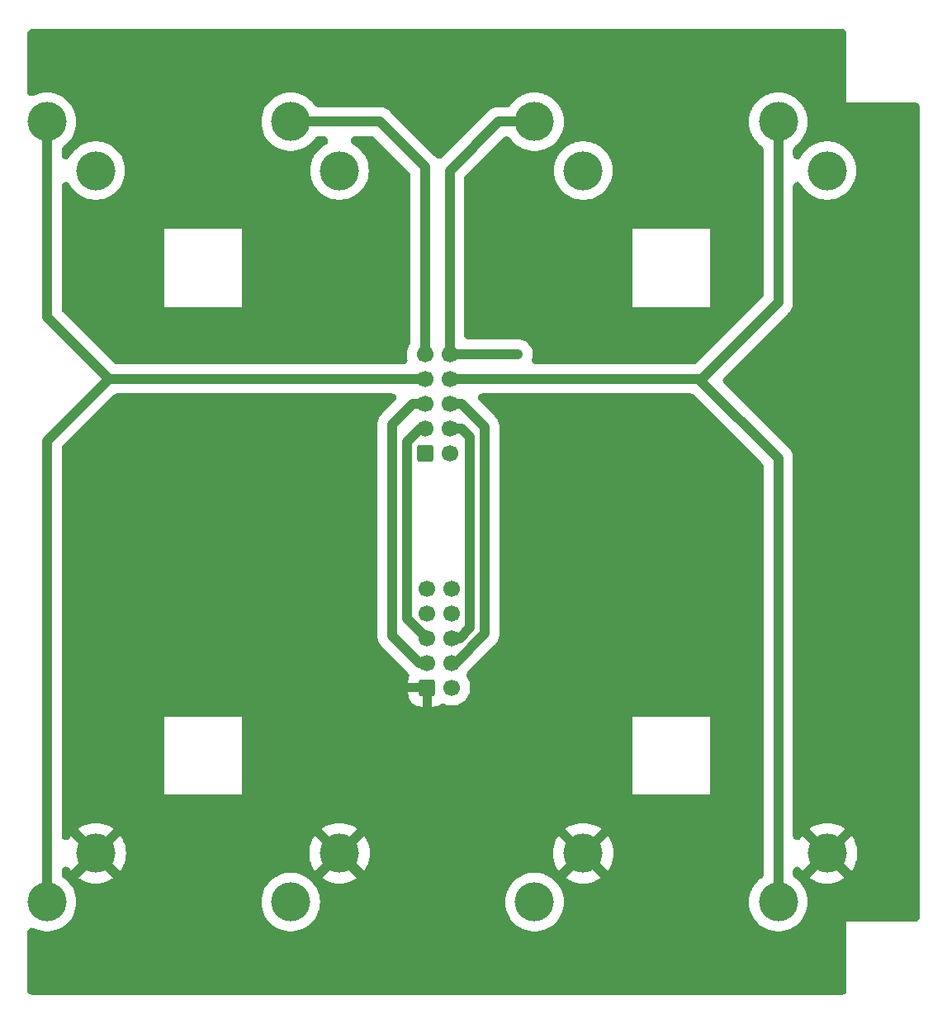
<source format=gbl>
G04 #@! TF.GenerationSoftware,KiCad,Pcbnew,(7.0.0)*
G04 #@! TF.CreationDate,2023-05-18T23:41:24+02:00*
G04 #@! TF.ProjectId,Fad_1,4661645f-312e-46b6-9963-61645f706362,rev?*
G04 #@! TF.SameCoordinates,Original*
G04 #@! TF.FileFunction,Copper,L2,Bot*
G04 #@! TF.FilePolarity,Positive*
%FSLAX46Y46*%
G04 Gerber Fmt 4.6, Leading zero omitted, Abs format (unit mm)*
G04 Created by KiCad (PCBNEW (7.0.0)) date 2023-05-18 23:41:24*
%MOMM*%
%LPD*%
G01*
G04 APERTURE LIST*
G04 Aperture macros list*
%AMRoundRect*
0 Rectangle with rounded corners*
0 $1 Rounding radius*
0 $2 $3 $4 $5 $6 $7 $8 $9 X,Y pos of 4 corners*
0 Add a 4 corners polygon primitive as box body*
4,1,4,$2,$3,$4,$5,$6,$7,$8,$9,$2,$3,0*
0 Add four circle primitives for the rounded corners*
1,1,$1+$1,$2,$3*
1,1,$1+$1,$4,$5*
1,1,$1+$1,$6,$7*
1,1,$1+$1,$8,$9*
0 Add four rect primitives between the rounded corners*
20,1,$1+$1,$2,$3,$4,$5,0*
20,1,$1+$1,$4,$5,$6,$7,0*
20,1,$1+$1,$6,$7,$8,$9,0*
20,1,$1+$1,$8,$9,$2,$3,0*%
G04 Aperture macros list end*
G04 #@! TA.AperFunction,ComponentPad*
%ADD10C,4.000000*%
G04 #@! TD*
G04 #@! TA.AperFunction,ComponentPad*
%ADD11RoundRect,0.250000X-0.600000X-0.600000X0.600000X-0.600000X0.600000X0.600000X-0.600000X0.600000X0*%
G04 #@! TD*
G04 #@! TA.AperFunction,ComponentPad*
%ADD12C,1.700000*%
G04 #@! TD*
G04 #@! TA.AperFunction,ViaPad*
%ADD13C,0.800000*%
G04 #@! TD*
G04 #@! TA.AperFunction,Conductor*
%ADD14C,1.000000*%
G04 #@! TD*
G04 APERTURE END LIST*
D10*
X145000000Y-125000000D03*
X140000000Y-50000000D03*
X140000000Y-130000000D03*
X145000000Y-55000000D03*
X170000000Y-125000000D03*
X165000000Y-50000000D03*
X165000000Y-130000000D03*
X170000000Y-55000000D03*
X120000000Y-125000000D03*
X115000000Y-50000000D03*
X115000000Y-130000000D03*
X120000000Y-55000000D03*
X95000000Y-125000000D03*
X90000000Y-50000000D03*
X90000000Y-130000000D03*
X95000000Y-55000000D03*
D11*
X128753500Y-83968000D03*
D12*
X131293500Y-83968000D03*
X128753500Y-81428000D03*
X131293500Y-81428000D03*
X128753500Y-78888000D03*
X131293500Y-78888000D03*
X128753500Y-76348000D03*
X131293500Y-76348000D03*
X128753500Y-73808000D03*
X131293500Y-73808000D03*
D11*
X129000000Y-108000000D03*
D12*
X131540000Y-108000000D03*
X129000000Y-105460000D03*
X131540000Y-105460000D03*
X129000000Y-102920000D03*
X131540000Y-102920000D03*
X129000000Y-100380000D03*
X131540000Y-100380000D03*
X129000000Y-97840000D03*
X131540000Y-97840000D03*
D13*
X138300000Y-73800000D03*
D14*
X165000000Y-130000000D02*
X165000000Y-84500000D01*
X165000000Y-84500000D02*
X156848000Y-76348000D01*
X157152000Y-76348000D02*
X151394641Y-76348000D01*
X151394641Y-76348000D02*
X131293500Y-76348000D01*
X165000000Y-50000000D02*
X165000000Y-68500000D01*
X165000000Y-68500000D02*
X157152000Y-76348000D01*
X156848000Y-76348000D02*
X151394641Y-76348000D01*
X90000000Y-82696000D02*
X96348000Y-76348000D01*
X96348000Y-76348000D02*
X128753500Y-76348000D01*
X90000000Y-50000000D02*
X90000000Y-70000000D01*
X90000000Y-70000000D02*
X96348000Y-76348000D01*
X90000000Y-130000000D02*
X90000000Y-82696000D01*
X128753500Y-54653500D02*
X128753500Y-73808000D01*
X124100000Y-50000000D02*
X128753500Y-54653500D01*
X115500000Y-50000000D02*
X124100000Y-50000000D01*
X136300000Y-50000000D02*
X139500000Y-50000000D01*
X131293500Y-55006500D02*
X136300000Y-50000000D01*
X138300000Y-73800000D02*
X137200000Y-73800000D01*
X131293500Y-73808000D02*
X131293500Y-55006500D01*
X137200000Y-73800000D02*
X137192000Y-73808000D01*
X137192000Y-73808000D02*
X131293500Y-73808000D01*
X126903500Y-82814500D02*
X126903500Y-100899796D01*
X128923704Y-102920000D02*
X129000000Y-102920000D01*
X128290000Y-81428000D02*
X126903500Y-82814500D01*
X126903500Y-100899796D02*
X128923704Y-102920000D01*
X128753500Y-81428000D02*
X128290000Y-81428000D01*
X133390000Y-101870000D02*
X132340000Y-102920000D01*
X132495581Y-81428000D02*
X133390000Y-82322419D01*
X132340000Y-102920000D02*
X131540000Y-102920000D01*
X131293500Y-81428000D02*
X132495581Y-81428000D01*
X133390000Y-82322419D02*
X133390000Y-101870000D01*
X128753500Y-78888000D02*
X127551419Y-78888000D01*
X128160000Y-105460000D02*
X129000000Y-105460000D01*
X125403500Y-102703500D02*
X128160000Y-105460000D01*
X127551419Y-78888000D02*
X125403500Y-81035919D01*
X125403500Y-81035919D02*
X125403500Y-102703500D01*
X131921320Y-105460000D02*
X131540000Y-105460000D01*
X132495581Y-78888000D02*
X134890000Y-81282419D01*
X134890000Y-81282419D02*
X134890000Y-102491320D01*
X134890000Y-102491320D02*
X131921320Y-105460000D01*
X131293500Y-78888000D02*
X132495581Y-78888000D01*
G04 #@! TA.AperFunction,Conductor*
G36*
X171667210Y-40515299D02*
G01*
X171775500Y-40560155D01*
X171868491Y-40631509D01*
X171939845Y-40724500D01*
X171984701Y-40832790D01*
X172000000Y-40949000D01*
X172000000Y-48000000D01*
X179051000Y-48000000D01*
X179167210Y-48015299D01*
X179275500Y-48060155D01*
X179368491Y-48131509D01*
X179439845Y-48224500D01*
X179484701Y-48332790D01*
X179500000Y-48449000D01*
X179500000Y-131551000D01*
X179484701Y-131667210D01*
X179439845Y-131775500D01*
X179368491Y-131868491D01*
X179275500Y-131939845D01*
X179167210Y-131984701D01*
X179051000Y-132000000D01*
X172000000Y-132000000D01*
X172000000Y-132029429D01*
X172000000Y-139051000D01*
X171984701Y-139167210D01*
X171939845Y-139275500D01*
X171868491Y-139368491D01*
X171775500Y-139439845D01*
X171667210Y-139484701D01*
X171551000Y-139500000D01*
X88449000Y-139500000D01*
X88332790Y-139484701D01*
X88224500Y-139439845D01*
X88131509Y-139368491D01*
X88060155Y-139275500D01*
X88015299Y-139167210D01*
X88000000Y-139051000D01*
X88000000Y-133081146D01*
X88018863Y-132952371D01*
X88073866Y-132834416D01*
X88160388Y-132737192D01*
X88271160Y-132668867D01*
X88396874Y-132635182D01*
X88526968Y-132638967D01*
X88650510Y-132679904D01*
X88809549Y-132759777D01*
X89137989Y-132879319D01*
X89478086Y-132959923D01*
X89825241Y-133000500D01*
X90161701Y-133000500D01*
X90174759Y-133000500D01*
X90521914Y-132959923D01*
X90862011Y-132879319D01*
X91190451Y-132759777D01*
X91502793Y-132602913D01*
X91794811Y-132410849D01*
X92062558Y-132186183D01*
X92302412Y-131931953D01*
X92511130Y-131651596D01*
X92685889Y-131348904D01*
X92824326Y-131027971D01*
X92924569Y-130693136D01*
X92985262Y-130348927D01*
X93005585Y-130000000D01*
X111994415Y-130000000D01*
X111995175Y-130013048D01*
X112013977Y-130335875D01*
X112013978Y-130335888D01*
X112014738Y-130348927D01*
X112075431Y-130693136D01*
X112079174Y-130705639D01*
X112079177Y-130705651D01*
X112171923Y-131015443D01*
X112175674Y-131027971D01*
X112314111Y-131348904D01*
X112320634Y-131360203D01*
X112320639Y-131360212D01*
X112482338Y-131640283D01*
X112488870Y-131651596D01*
X112496674Y-131662079D01*
X112496675Y-131662080D01*
X112546374Y-131728838D01*
X112697588Y-131931953D01*
X112706546Y-131941448D01*
X112706552Y-131941455D01*
X112928479Y-132176683D01*
X112937442Y-132186183D01*
X113205189Y-132410849D01*
X113497207Y-132602913D01*
X113809549Y-132759777D01*
X114137989Y-132879319D01*
X114478086Y-132959923D01*
X114825241Y-133000500D01*
X115161701Y-133000500D01*
X115174759Y-133000500D01*
X115521914Y-132959923D01*
X115862011Y-132879319D01*
X116190451Y-132759777D01*
X116502793Y-132602913D01*
X116794811Y-132410849D01*
X117062558Y-132186183D01*
X117302412Y-131931953D01*
X117511130Y-131651596D01*
X117685889Y-131348904D01*
X117824326Y-131027971D01*
X117924569Y-130693136D01*
X117985262Y-130348927D01*
X118005585Y-130000000D01*
X136994415Y-130000000D01*
X136995175Y-130013048D01*
X137013977Y-130335875D01*
X137013978Y-130335888D01*
X137014738Y-130348927D01*
X137075431Y-130693136D01*
X137079174Y-130705639D01*
X137079177Y-130705651D01*
X137171923Y-131015443D01*
X137175674Y-131027971D01*
X137314111Y-131348904D01*
X137320634Y-131360203D01*
X137320639Y-131360212D01*
X137482338Y-131640283D01*
X137488870Y-131651596D01*
X137496674Y-131662079D01*
X137496675Y-131662080D01*
X137546374Y-131728838D01*
X137697588Y-131931953D01*
X137706546Y-131941448D01*
X137706552Y-131941455D01*
X137928479Y-132176683D01*
X137937442Y-132186183D01*
X138205189Y-132410849D01*
X138497207Y-132602913D01*
X138809549Y-132759777D01*
X139137989Y-132879319D01*
X139478086Y-132959923D01*
X139825241Y-133000500D01*
X140161701Y-133000500D01*
X140174759Y-133000500D01*
X140521914Y-132959923D01*
X140862011Y-132879319D01*
X141190451Y-132759777D01*
X141502793Y-132602913D01*
X141794811Y-132410849D01*
X142062558Y-132186183D01*
X142302412Y-131931953D01*
X142511130Y-131651596D01*
X142685889Y-131348904D01*
X142824326Y-131027971D01*
X142924569Y-130693136D01*
X142985262Y-130348927D01*
X143005585Y-130000000D01*
X142985262Y-129651073D01*
X142924569Y-129306864D01*
X142824326Y-128972029D01*
X142685889Y-128651096D01*
X142511130Y-128348404D01*
X142302412Y-128068047D01*
X142293452Y-128058550D01*
X142293447Y-128058544D01*
X142071520Y-127823316D01*
X142071518Y-127823314D01*
X142062558Y-127813817D01*
X141849541Y-127635075D01*
X141804816Y-127597546D01*
X141804814Y-127597544D01*
X141794811Y-127589151D01*
X141684197Y-127516399D01*
X143196441Y-127516399D01*
X143216758Y-127535787D01*
X143337819Y-127621684D01*
X143359137Y-127635080D01*
X143641813Y-127791310D01*
X143664479Y-127802225D01*
X143962879Y-127925826D01*
X143986629Y-127934137D01*
X144296994Y-128023551D01*
X144321518Y-128029149D01*
X144639947Y-128083252D01*
X144664932Y-128086067D01*
X144987429Y-128104179D01*
X145012571Y-128104179D01*
X145335067Y-128086067D01*
X145360052Y-128083252D01*
X145678481Y-128029149D01*
X145703005Y-128023551D01*
X146013370Y-127934137D01*
X146037120Y-127925826D01*
X146335520Y-127802225D01*
X146358186Y-127791310D01*
X146640870Y-127635075D01*
X146662174Y-127621689D01*
X146783240Y-127535788D01*
X146803557Y-127516399D01*
X146786775Y-127493882D01*
X145020812Y-125727919D01*
X145000000Y-125711949D01*
X144979187Y-125727919D01*
X143213223Y-127493882D01*
X143196441Y-127516399D01*
X141684197Y-127516399D01*
X141502793Y-127397087D01*
X141442039Y-127366575D01*
X141202126Y-127246086D01*
X141202120Y-127246083D01*
X141190451Y-127240223D01*
X141178175Y-127235755D01*
X141178173Y-127235754D01*
X140874287Y-127125149D01*
X140874285Y-127125148D01*
X140862011Y-127120681D01*
X140849304Y-127117669D01*
X140849296Y-127117667D01*
X140534624Y-127043089D01*
X140534618Y-127043088D01*
X140521914Y-127040077D01*
X140508955Y-127038562D01*
X140508942Y-127038560D01*
X140187728Y-127001015D01*
X140187713Y-127001014D01*
X140174759Y-126999500D01*
X139825241Y-126999500D01*
X139812287Y-127001014D01*
X139812271Y-127001015D01*
X139491057Y-127038560D01*
X139491041Y-127038562D01*
X139478086Y-127040077D01*
X139465383Y-127043087D01*
X139465375Y-127043089D01*
X139150703Y-127117667D01*
X139150691Y-127117670D01*
X139137989Y-127120681D01*
X139125718Y-127125146D01*
X139125712Y-127125149D01*
X138821826Y-127235754D01*
X138821817Y-127235757D01*
X138809549Y-127240223D01*
X138797885Y-127246080D01*
X138797873Y-127246086D01*
X138508880Y-127391224D01*
X138508872Y-127391228D01*
X138497207Y-127397087D01*
X138486301Y-127404259D01*
X138486294Y-127404264D01*
X138216097Y-127581976D01*
X138216089Y-127581981D01*
X138205189Y-127589151D01*
X138195193Y-127597538D01*
X138195183Y-127597546D01*
X137947452Y-127805417D01*
X137947445Y-127805422D01*
X137937442Y-127813817D01*
X137928489Y-127823306D01*
X137928479Y-127823316D01*
X137706552Y-128058544D01*
X137706538Y-128058559D01*
X137697588Y-128068047D01*
X137689790Y-128078520D01*
X137689782Y-128078531D01*
X137496675Y-128337919D01*
X137496668Y-128337928D01*
X137488870Y-128348404D01*
X137482346Y-128359703D01*
X137482338Y-128359716D01*
X137320639Y-128639787D01*
X137320630Y-128639803D01*
X137314111Y-128651096D01*
X137308942Y-128663078D01*
X137308937Y-128663089D01*
X137180852Y-128960023D01*
X137180847Y-128960036D01*
X137175674Y-128972029D01*
X137171926Y-128984545D01*
X137171923Y-128984556D01*
X137079177Y-129294348D01*
X137079173Y-129294364D01*
X137075431Y-129306864D01*
X137014738Y-129651073D01*
X137013978Y-129664109D01*
X137013977Y-129664124D01*
X136995786Y-129976453D01*
X136994415Y-130000000D01*
X118005585Y-130000000D01*
X117985262Y-129651073D01*
X117924569Y-129306864D01*
X117824326Y-128972029D01*
X117685889Y-128651096D01*
X117511130Y-128348404D01*
X117302412Y-128068047D01*
X117293452Y-128058550D01*
X117293447Y-128058544D01*
X117071520Y-127823316D01*
X117071518Y-127823314D01*
X117062558Y-127813817D01*
X116849541Y-127635075D01*
X116804816Y-127597546D01*
X116804814Y-127597544D01*
X116794811Y-127589151D01*
X116684197Y-127516399D01*
X118196441Y-127516399D01*
X118216758Y-127535787D01*
X118337819Y-127621684D01*
X118359137Y-127635080D01*
X118641813Y-127791310D01*
X118664479Y-127802225D01*
X118962879Y-127925826D01*
X118986629Y-127934137D01*
X119296994Y-128023551D01*
X119321518Y-128029149D01*
X119639947Y-128083252D01*
X119664932Y-128086067D01*
X119987429Y-128104179D01*
X120012571Y-128104179D01*
X120335067Y-128086067D01*
X120360052Y-128083252D01*
X120678481Y-128029149D01*
X120703005Y-128023551D01*
X121013370Y-127934137D01*
X121037120Y-127925826D01*
X121335520Y-127802225D01*
X121358186Y-127791310D01*
X121640870Y-127635075D01*
X121662174Y-127621689D01*
X121783240Y-127535788D01*
X121803557Y-127516399D01*
X121786775Y-127493882D01*
X120020812Y-125727919D01*
X120000000Y-125711949D01*
X119979187Y-125727919D01*
X118213223Y-127493882D01*
X118196441Y-127516399D01*
X116684197Y-127516399D01*
X116502793Y-127397087D01*
X116442039Y-127366575D01*
X116202126Y-127246086D01*
X116202120Y-127246083D01*
X116190451Y-127240223D01*
X116178175Y-127235755D01*
X116178173Y-127235754D01*
X115874287Y-127125149D01*
X115874285Y-127125148D01*
X115862011Y-127120681D01*
X115849304Y-127117669D01*
X115849296Y-127117667D01*
X115534624Y-127043089D01*
X115534618Y-127043088D01*
X115521914Y-127040077D01*
X115508955Y-127038562D01*
X115508942Y-127038560D01*
X115187728Y-127001015D01*
X115187713Y-127001014D01*
X115174759Y-126999500D01*
X114825241Y-126999500D01*
X114812287Y-127001014D01*
X114812271Y-127001015D01*
X114491057Y-127038560D01*
X114491041Y-127038562D01*
X114478086Y-127040077D01*
X114465383Y-127043087D01*
X114465375Y-127043089D01*
X114150703Y-127117667D01*
X114150691Y-127117670D01*
X114137989Y-127120681D01*
X114125718Y-127125146D01*
X114125712Y-127125149D01*
X113821826Y-127235754D01*
X113821817Y-127235757D01*
X113809549Y-127240223D01*
X113797885Y-127246080D01*
X113797873Y-127246086D01*
X113508880Y-127391224D01*
X113508872Y-127391228D01*
X113497207Y-127397087D01*
X113486301Y-127404259D01*
X113486294Y-127404264D01*
X113216097Y-127581976D01*
X113216089Y-127581981D01*
X113205189Y-127589151D01*
X113195193Y-127597538D01*
X113195183Y-127597546D01*
X112947452Y-127805417D01*
X112947445Y-127805422D01*
X112937442Y-127813817D01*
X112928489Y-127823306D01*
X112928479Y-127823316D01*
X112706552Y-128058544D01*
X112706538Y-128058559D01*
X112697588Y-128068047D01*
X112689790Y-128078520D01*
X112689782Y-128078531D01*
X112496675Y-128337919D01*
X112496668Y-128337928D01*
X112488870Y-128348404D01*
X112482346Y-128359703D01*
X112482338Y-128359716D01*
X112320639Y-128639787D01*
X112320630Y-128639803D01*
X112314111Y-128651096D01*
X112308942Y-128663078D01*
X112308937Y-128663089D01*
X112180852Y-128960023D01*
X112180847Y-128960036D01*
X112175674Y-128972029D01*
X112171926Y-128984545D01*
X112171923Y-128984556D01*
X112079177Y-129294348D01*
X112079173Y-129294364D01*
X112075431Y-129306864D01*
X112014738Y-129651073D01*
X112013978Y-129664109D01*
X112013977Y-129664124D01*
X111995786Y-129976453D01*
X111994415Y-130000000D01*
X93005585Y-130000000D01*
X92985262Y-129651073D01*
X92924569Y-129306864D01*
X92824326Y-128972029D01*
X92685889Y-128651096D01*
X92511130Y-128348404D01*
X92302412Y-128068047D01*
X92293452Y-128058550D01*
X92293447Y-128058544D01*
X92071520Y-127823316D01*
X92071518Y-127823314D01*
X92062558Y-127813817D01*
X91849541Y-127635075D01*
X91804816Y-127597546D01*
X91804814Y-127597544D01*
X91794811Y-127589151D01*
X91783902Y-127581976D01*
X91783898Y-127581973D01*
X91702769Y-127528613D01*
X91688426Y-127516399D01*
X93196441Y-127516399D01*
X93216758Y-127535787D01*
X93337819Y-127621684D01*
X93359137Y-127635080D01*
X93641813Y-127791310D01*
X93664479Y-127802225D01*
X93962879Y-127925826D01*
X93986629Y-127934137D01*
X94296994Y-128023551D01*
X94321518Y-128029149D01*
X94639947Y-128083252D01*
X94664932Y-128086067D01*
X94987429Y-128104179D01*
X95012571Y-128104179D01*
X95335067Y-128086067D01*
X95360052Y-128083252D01*
X95678481Y-128029149D01*
X95703005Y-128023551D01*
X96013370Y-127934137D01*
X96037120Y-127925826D01*
X96335520Y-127802225D01*
X96358186Y-127791310D01*
X96640870Y-127635075D01*
X96662174Y-127621689D01*
X96783240Y-127535788D01*
X96803557Y-127516399D01*
X96786775Y-127493882D01*
X95020812Y-125727919D01*
X95000000Y-125711949D01*
X94979187Y-125727919D01*
X93213223Y-127493882D01*
X93196441Y-127516399D01*
X91688426Y-127516399D01*
X91618461Y-127456819D01*
X91554289Y-127366575D01*
X91514155Y-127263369D01*
X91500500Y-127153480D01*
X91500500Y-126817442D01*
X91519631Y-126687774D01*
X91575394Y-126569156D01*
X91663037Y-126471696D01*
X91775092Y-126403699D01*
X91902009Y-126370961D01*
X92032973Y-126376269D01*
X92156824Y-126419174D01*
X92263007Y-126496017D01*
X92342474Y-126600251D01*
X92364915Y-126640855D01*
X92378315Y-126662181D01*
X92464211Y-126783240D01*
X92483599Y-126803557D01*
X92506116Y-126786775D01*
X94272080Y-125020812D01*
X94288050Y-125000000D01*
X95711949Y-125000000D01*
X95727919Y-125020812D01*
X97493882Y-126786775D01*
X97516399Y-126803557D01*
X97535788Y-126783240D01*
X97621689Y-126662174D01*
X97635075Y-126640870D01*
X97791310Y-126358186D01*
X97802225Y-126335520D01*
X97925826Y-126037120D01*
X97934137Y-126013370D01*
X98023551Y-125703005D01*
X98029149Y-125678481D01*
X98083252Y-125360052D01*
X98086067Y-125335067D01*
X98104179Y-125012571D01*
X116895821Y-125012571D01*
X116913932Y-125335067D01*
X116916747Y-125360052D01*
X116970850Y-125678481D01*
X116976448Y-125703005D01*
X117065862Y-126013370D01*
X117074173Y-126037120D01*
X117197774Y-126335520D01*
X117208689Y-126358186D01*
X117364919Y-126640862D01*
X117378315Y-126662181D01*
X117464211Y-126783240D01*
X117483599Y-126803557D01*
X117506116Y-126786775D01*
X119272080Y-125020812D01*
X119288050Y-125000000D01*
X120711949Y-125000000D01*
X120727919Y-125020812D01*
X122493882Y-126786775D01*
X122516399Y-126803557D01*
X122535788Y-126783240D01*
X122621689Y-126662174D01*
X122635075Y-126640870D01*
X122791310Y-126358186D01*
X122802225Y-126335520D01*
X122925826Y-126037120D01*
X122934137Y-126013370D01*
X123023551Y-125703005D01*
X123029149Y-125678481D01*
X123083252Y-125360052D01*
X123086067Y-125335067D01*
X123104179Y-125012571D01*
X141895821Y-125012571D01*
X141913932Y-125335067D01*
X141916747Y-125360052D01*
X141970850Y-125678481D01*
X141976448Y-125703005D01*
X142065862Y-126013370D01*
X142074173Y-126037120D01*
X142197774Y-126335520D01*
X142208689Y-126358186D01*
X142364919Y-126640862D01*
X142378315Y-126662181D01*
X142464211Y-126783240D01*
X142483599Y-126803557D01*
X142506116Y-126786775D01*
X144272080Y-125020812D01*
X144288050Y-125000000D01*
X145711949Y-125000000D01*
X145727919Y-125020812D01*
X147493882Y-126786775D01*
X147516399Y-126803557D01*
X147535788Y-126783240D01*
X147621689Y-126662174D01*
X147635075Y-126640870D01*
X147791310Y-126358186D01*
X147802225Y-126335520D01*
X147925826Y-126037120D01*
X147934137Y-126013370D01*
X148023551Y-125703005D01*
X148029149Y-125678481D01*
X148083252Y-125360052D01*
X148086067Y-125335067D01*
X148104179Y-125012571D01*
X148104179Y-124987429D01*
X148086067Y-124664932D01*
X148083252Y-124639947D01*
X148029149Y-124321518D01*
X148023551Y-124296994D01*
X147934137Y-123986629D01*
X147925826Y-123962879D01*
X147802225Y-123664479D01*
X147791310Y-123641813D01*
X147635080Y-123359137D01*
X147621684Y-123337819D01*
X147535787Y-123216758D01*
X147516399Y-123196441D01*
X147493882Y-123213223D01*
X145727919Y-124979187D01*
X145711949Y-125000000D01*
X144288050Y-125000000D01*
X144272080Y-124979187D01*
X142506116Y-123213223D01*
X142483599Y-123196441D01*
X142464212Y-123216757D01*
X142378305Y-123337832D01*
X142364926Y-123359124D01*
X142208689Y-123641813D01*
X142197774Y-123664479D01*
X142074173Y-123962879D01*
X142065862Y-123986629D01*
X141976448Y-124296994D01*
X141970850Y-124321518D01*
X141916747Y-124639947D01*
X141913932Y-124664932D01*
X141895821Y-124987429D01*
X141895821Y-125012571D01*
X123104179Y-125012571D01*
X123104179Y-124987429D01*
X123086067Y-124664932D01*
X123083252Y-124639947D01*
X123029149Y-124321518D01*
X123023551Y-124296994D01*
X122934137Y-123986629D01*
X122925826Y-123962879D01*
X122802225Y-123664479D01*
X122791310Y-123641813D01*
X122635080Y-123359137D01*
X122621684Y-123337819D01*
X122535787Y-123216758D01*
X122516399Y-123196441D01*
X122493882Y-123213223D01*
X120727919Y-124979187D01*
X120711949Y-125000000D01*
X119288050Y-125000000D01*
X119272080Y-124979187D01*
X117506116Y-123213223D01*
X117483599Y-123196441D01*
X117464212Y-123216757D01*
X117378305Y-123337832D01*
X117364926Y-123359124D01*
X117208689Y-123641813D01*
X117197774Y-123664479D01*
X117074173Y-123962879D01*
X117065862Y-123986629D01*
X116976448Y-124296994D01*
X116970850Y-124321518D01*
X116916747Y-124639947D01*
X116913932Y-124664932D01*
X116895821Y-124987429D01*
X116895821Y-125012571D01*
X98104179Y-125012571D01*
X98104179Y-124987429D01*
X98086067Y-124664932D01*
X98083252Y-124639947D01*
X98029149Y-124321518D01*
X98023551Y-124296994D01*
X97934137Y-123986629D01*
X97925826Y-123962879D01*
X97802225Y-123664479D01*
X97791310Y-123641813D01*
X97635080Y-123359137D01*
X97621684Y-123337819D01*
X97535787Y-123216758D01*
X97516399Y-123196441D01*
X97493882Y-123213223D01*
X95727919Y-124979187D01*
X95711949Y-125000000D01*
X94288050Y-125000000D01*
X94272080Y-124979187D01*
X92506116Y-123213223D01*
X92483599Y-123196441D01*
X92464212Y-123216757D01*
X92378305Y-123337832D01*
X92364922Y-123359131D01*
X92342474Y-123399749D01*
X92263007Y-123503983D01*
X92156824Y-123580826D01*
X92032973Y-123623731D01*
X91902009Y-123629039D01*
X91775092Y-123596301D01*
X91663037Y-123528304D01*
X91575394Y-123430844D01*
X91519631Y-123312226D01*
X91500500Y-123182558D01*
X91500500Y-122483599D01*
X93196441Y-122483599D01*
X93213223Y-122506116D01*
X94979187Y-124272080D01*
X95000000Y-124288050D01*
X95020812Y-124272080D01*
X96786775Y-122506116D01*
X96803557Y-122483599D01*
X118196441Y-122483599D01*
X118213223Y-122506116D01*
X119979187Y-124272080D01*
X120000000Y-124288050D01*
X120020812Y-124272080D01*
X121786775Y-122506116D01*
X121803557Y-122483599D01*
X143196441Y-122483599D01*
X143213223Y-122506116D01*
X144979187Y-124272080D01*
X145000000Y-124288050D01*
X145020812Y-124272080D01*
X146786775Y-122506116D01*
X146803557Y-122483599D01*
X146783240Y-122464211D01*
X146662181Y-122378315D01*
X146640862Y-122364919D01*
X146358186Y-122208689D01*
X146335520Y-122197774D01*
X146037120Y-122074173D01*
X146013370Y-122065862D01*
X145703005Y-121976448D01*
X145678481Y-121970850D01*
X145360052Y-121916747D01*
X145335067Y-121913932D01*
X145012571Y-121895821D01*
X144987429Y-121895821D01*
X144664932Y-121913932D01*
X144639947Y-121916747D01*
X144321518Y-121970850D01*
X144296994Y-121976448D01*
X143986629Y-122065862D01*
X143962879Y-122074173D01*
X143664479Y-122197774D01*
X143641813Y-122208689D01*
X143359124Y-122364926D01*
X143337832Y-122378305D01*
X143216757Y-122464212D01*
X143196441Y-122483599D01*
X121803557Y-122483599D01*
X121783240Y-122464211D01*
X121662181Y-122378315D01*
X121640862Y-122364919D01*
X121358186Y-122208689D01*
X121335520Y-122197774D01*
X121037120Y-122074173D01*
X121013370Y-122065862D01*
X120703005Y-121976448D01*
X120678481Y-121970850D01*
X120360052Y-121916747D01*
X120335067Y-121913932D01*
X120012571Y-121895821D01*
X119987429Y-121895821D01*
X119664932Y-121913932D01*
X119639947Y-121916747D01*
X119321518Y-121970850D01*
X119296994Y-121976448D01*
X118986629Y-122065862D01*
X118962879Y-122074173D01*
X118664479Y-122197774D01*
X118641813Y-122208689D01*
X118359124Y-122364926D01*
X118337832Y-122378305D01*
X118216757Y-122464212D01*
X118196441Y-122483599D01*
X96803557Y-122483599D01*
X96783240Y-122464211D01*
X96662181Y-122378315D01*
X96640862Y-122364919D01*
X96358186Y-122208689D01*
X96335520Y-122197774D01*
X96037120Y-122074173D01*
X96013370Y-122065862D01*
X95703005Y-121976448D01*
X95678481Y-121970850D01*
X95360052Y-121916747D01*
X95335067Y-121913932D01*
X95012571Y-121895821D01*
X94987429Y-121895821D01*
X94664932Y-121913932D01*
X94639947Y-121916747D01*
X94321518Y-121970850D01*
X94296994Y-121976448D01*
X93986629Y-122065862D01*
X93962879Y-122074173D01*
X93664479Y-122197774D01*
X93641813Y-122208689D01*
X93359124Y-122364926D01*
X93337832Y-122378305D01*
X93216757Y-122464212D01*
X93196441Y-122483599D01*
X91500500Y-122483599D01*
X91500500Y-111000000D01*
X102000000Y-111000000D01*
X102000000Y-119000000D01*
X109970571Y-119000000D01*
X110000000Y-119000000D01*
X110000000Y-111000000D01*
X150000000Y-111000000D01*
X150000000Y-119000000D01*
X157970571Y-119000000D01*
X158000000Y-119000000D01*
X158000000Y-111000000D01*
X150000000Y-111000000D01*
X110000000Y-111000000D01*
X102000000Y-111000000D01*
X91500500Y-111000000D01*
X91500500Y-108649147D01*
X127050001Y-108649147D01*
X127050854Y-108668700D01*
X127063722Y-108815795D01*
X127070503Y-108854253D01*
X127121496Y-109044561D01*
X127134852Y-109081254D01*
X127218117Y-109259818D01*
X127237639Y-109293629D01*
X127350648Y-109455023D01*
X127375750Y-109484938D01*
X127515061Y-109624249D01*
X127544976Y-109649351D01*
X127706370Y-109762360D01*
X127740181Y-109781882D01*
X127918745Y-109865147D01*
X127955438Y-109878503D01*
X128145749Y-109929496D01*
X128184206Y-109936277D01*
X128331298Y-109949146D01*
X128350845Y-109950000D01*
X128470571Y-109950000D01*
X128496576Y-109946576D01*
X128500000Y-109920571D01*
X128500000Y-108529429D01*
X128496576Y-108503423D01*
X128470571Y-108500000D01*
X127079430Y-108500000D01*
X127053424Y-108503423D01*
X127050001Y-108529429D01*
X127050001Y-108649147D01*
X91500500Y-108649147D01*
X91500500Y-83503510D01*
X91515799Y-83387300D01*
X91560655Y-83279010D01*
X91632009Y-83186019D01*
X96838019Y-77980009D01*
X96931010Y-77908655D01*
X97039300Y-77863799D01*
X97155510Y-77848500D01*
X125384908Y-77848500D01*
X125515246Y-77867834D01*
X125634359Y-77924170D01*
X125731990Y-78012657D01*
X125799730Y-78125675D01*
X125831746Y-78253490D01*
X125825281Y-78385096D01*
X125780891Y-78509157D01*
X125702399Y-78614991D01*
X124428069Y-79889320D01*
X124411689Y-79903787D01*
X124412069Y-79904200D01*
X124398405Y-79916778D01*
X124383756Y-79928181D01*
X124371184Y-79941837D01*
X124371177Y-79941844D01*
X124326824Y-79990023D01*
X124314002Y-80003387D01*
X124305170Y-80012220D01*
X124305161Y-80012228D01*
X124298598Y-80018793D01*
X124292606Y-80025866D01*
X124292588Y-80025887D01*
X124284526Y-80035406D01*
X124272257Y-80049299D01*
X124227915Y-80097467D01*
X124227902Y-80097482D01*
X124215336Y-80111134D01*
X124205185Y-80126670D01*
X124197445Y-80136615D01*
X124190128Y-80146862D01*
X124178134Y-80161025D01*
X124168633Y-80176968D01*
X124168626Y-80176979D01*
X124135101Y-80233239D01*
X124125285Y-80248965D01*
X124089478Y-80303773D01*
X124089473Y-80303780D01*
X124079327Y-80319312D01*
X124071872Y-80336306D01*
X124065871Y-80347396D01*
X124060345Y-80358699D01*
X124050844Y-80374645D01*
X124044096Y-80391935D01*
X124044092Y-80391946D01*
X124020291Y-80452941D01*
X124013196Y-80470070D01*
X123986895Y-80530031D01*
X123986888Y-80530049D01*
X123979437Y-80547038D01*
X123974881Y-80565026D01*
X123970800Y-80576915D01*
X123967199Y-80589008D01*
X123960451Y-80606305D01*
X123956640Y-80624475D01*
X123956638Y-80624485D01*
X123943200Y-80688569D01*
X123939020Y-80706636D01*
X123922950Y-80770096D01*
X123922948Y-80770102D01*
X123918392Y-80788098D01*
X123916859Y-80806592D01*
X123914786Y-80819015D01*
X123913228Y-80831514D01*
X123909419Y-80849682D01*
X123908651Y-80868229D01*
X123908651Y-80868236D01*
X123905945Y-80933651D01*
X123904798Y-80952142D01*
X123903766Y-80964593D01*
X123903764Y-80964619D01*
X123903000Y-80973852D01*
X123903000Y-80983141D01*
X123903000Y-80995614D01*
X123902616Y-81014168D01*
X123899910Y-81079575D01*
X123899910Y-81079585D01*
X123899143Y-81098140D01*
X123901440Y-81116571D01*
X123902208Y-81135125D01*
X123901646Y-81135148D01*
X123903000Y-81156958D01*
X123903000Y-102582461D01*
X123901646Y-102604270D01*
X123902208Y-102604294D01*
X123901440Y-102622847D01*
X123899143Y-102641279D01*
X123899910Y-102659833D01*
X123899910Y-102659843D01*
X123902616Y-102725251D01*
X123903000Y-102743805D01*
X123903000Y-102765567D01*
X123903765Y-102774803D01*
X123903767Y-102774846D01*
X123904797Y-102787275D01*
X123905945Y-102805768D01*
X123906559Y-102820599D01*
X123909419Y-102889737D01*
X123913229Y-102907910D01*
X123914788Y-102920417D01*
X123916859Y-102932827D01*
X123918392Y-102951321D01*
X123922949Y-102969316D01*
X123939022Y-103032790D01*
X123943202Y-103050858D01*
X123956639Y-103114940D01*
X123956642Y-103114952D01*
X123960451Y-103133114D01*
X123967196Y-103150400D01*
X123970788Y-103162466D01*
X123974878Y-103174379D01*
X123979437Y-103192381D01*
X123986896Y-103209385D01*
X124013192Y-103269336D01*
X124020290Y-103286472D01*
X124044095Y-103347478D01*
X124050844Y-103364774D01*
X124060351Y-103380729D01*
X124065880Y-103392038D01*
X124071868Y-103403104D01*
X124079327Y-103420107D01*
X124089482Y-103435650D01*
X124125276Y-103490438D01*
X124135099Y-103506174D01*
X124168629Y-103562444D01*
X124168633Y-103562450D01*
X124178134Y-103578394D01*
X124190132Y-103592560D01*
X124197445Y-103602802D01*
X124205179Y-103612739D01*
X124215336Y-103628285D01*
X124227909Y-103641943D01*
X124227917Y-103641953D01*
X124272248Y-103690109D01*
X124284531Y-103704018D01*
X124292597Y-103713541D01*
X124298598Y-103720626D01*
X124305153Y-103727181D01*
X124305154Y-103727182D01*
X124313993Y-103736021D01*
X124326820Y-103749389D01*
X124383756Y-103811238D01*
X124398403Y-103822638D01*
X124412077Y-103835226D01*
X124411696Y-103835639D01*
X124428073Y-103850101D01*
X127013400Y-106435428D01*
X127027862Y-106451804D01*
X127028276Y-106451424D01*
X127040853Y-106465086D01*
X127042418Y-106467096D01*
X127046303Y-106472686D01*
X127050226Y-106477128D01*
X127052256Y-106479736D01*
X127051573Y-106480267D01*
X127111354Y-106566271D01*
X127151471Y-106681828D01*
X127158911Y-106803925D01*
X127133122Y-106923498D01*
X127121497Y-106955436D01*
X127070503Y-107145749D01*
X127063722Y-107184206D01*
X127050853Y-107331298D01*
X127050000Y-107350845D01*
X127050000Y-107470571D01*
X127053423Y-107496576D01*
X127079429Y-107500000D01*
X129051000Y-107500000D01*
X129167210Y-107515299D01*
X129275500Y-107560155D01*
X129368491Y-107631509D01*
X129439845Y-107724500D01*
X129484701Y-107832790D01*
X129500000Y-107949000D01*
X129500000Y-109920570D01*
X129503423Y-109946575D01*
X129529429Y-109949999D01*
X129649146Y-109949999D01*
X129668700Y-109949145D01*
X129815795Y-109936277D01*
X129854253Y-109929496D01*
X130044561Y-109878503D01*
X130081254Y-109865147D01*
X130259818Y-109781882D01*
X130293631Y-109762359D01*
X130336727Y-109732184D01*
X130439860Y-109678366D01*
X130553358Y-109652849D01*
X130669602Y-109657347D01*
X130769159Y-109687980D01*
X130769311Y-109687574D01*
X131017322Y-109780077D01*
X131275974Y-109836343D01*
X131540000Y-109855227D01*
X131804026Y-109836343D01*
X132062678Y-109780077D01*
X132310689Y-109687574D01*
X132543011Y-109560716D01*
X132754915Y-109402087D01*
X132942087Y-109214915D01*
X133100716Y-109003011D01*
X133227574Y-108770689D01*
X133320077Y-108522678D01*
X133376343Y-108264026D01*
X133395227Y-108000000D01*
X133376343Y-107735974D01*
X133320077Y-107477322D01*
X133227574Y-107229311D01*
X133100716Y-106996989D01*
X133091103Y-106984148D01*
X133083777Y-106972748D01*
X133030686Y-106856496D01*
X133012499Y-106729996D01*
X133030688Y-106603496D01*
X133083780Y-106487245D01*
X133091091Y-106475867D01*
X133100716Y-106463011D01*
X133142405Y-106386661D01*
X133218987Y-106284359D01*
X135865426Y-103637919D01*
X135881803Y-103623459D01*
X135881422Y-103623045D01*
X135895087Y-103610464D01*
X135909744Y-103599058D01*
X135966686Y-103537200D01*
X135979518Y-103523828D01*
X135994902Y-103508445D01*
X136008968Y-103491835D01*
X136021235Y-103477945D01*
X136065582Y-103429772D01*
X136078164Y-103416105D01*
X136088327Y-103400547D01*
X136096059Y-103390614D01*
X136103358Y-103380390D01*
X136115366Y-103366214D01*
X136158416Y-103293965D01*
X136168179Y-103278323D01*
X136214173Y-103207927D01*
X136221639Y-103190905D01*
X136227631Y-103179834D01*
X136233144Y-103168554D01*
X136242656Y-103152593D01*
X136273210Y-103074288D01*
X136280291Y-103057190D01*
X136314063Y-102980201D01*
X136318624Y-102962186D01*
X136322707Y-102950293D01*
X136326293Y-102938248D01*
X136333050Y-102920934D01*
X136350304Y-102838643D01*
X136354480Y-102820599D01*
X136370548Y-102757150D01*
X136370549Y-102757143D01*
X136375108Y-102739141D01*
X136376641Y-102720626D01*
X136378714Y-102708208D01*
X136380268Y-102695738D01*
X136384081Y-102677557D01*
X136387553Y-102593575D01*
X136388705Y-102575045D01*
X136389734Y-102562630D01*
X136389734Y-102562627D01*
X136390500Y-102553387D01*
X136390500Y-102531625D01*
X136390884Y-102513071D01*
X136393589Y-102447663D01*
X136394357Y-102429099D01*
X136392059Y-102410663D01*
X136391292Y-102392114D01*
X136391853Y-102392090D01*
X136390500Y-102370281D01*
X136390500Y-81403458D01*
X136391853Y-81381648D01*
X136391292Y-81381625D01*
X136392059Y-81363075D01*
X136394357Y-81344640D01*
X136390884Y-81260668D01*
X136390500Y-81242114D01*
X136390500Y-81229624D01*
X136390500Y-81220352D01*
X136388704Y-81198683D01*
X136387553Y-81180151D01*
X136385441Y-81129083D01*
X136384081Y-81096182D01*
X136380270Y-81078007D01*
X136378716Y-81065542D01*
X136376642Y-81053113D01*
X136375108Y-81034598D01*
X136359725Y-80973852D01*
X136354481Y-80953142D01*
X136350298Y-80935063D01*
X136348665Y-80927278D01*
X136333050Y-80852805D01*
X136326294Y-80835494D01*
X136322706Y-80823440D01*
X136318622Y-80811544D01*
X136314063Y-80793538D01*
X136280307Y-80716584D01*
X136273209Y-80699446D01*
X136249408Y-80638450D01*
X136242656Y-80621146D01*
X136233146Y-80605187D01*
X136227625Y-80593892D01*
X136221635Y-80582824D01*
X136214173Y-80565812D01*
X136204012Y-80550259D01*
X136168208Y-80495456D01*
X136158379Y-80479710D01*
X136124876Y-80423484D01*
X136124872Y-80423479D01*
X136115366Y-80407525D01*
X136103361Y-80393351D01*
X136096047Y-80383107D01*
X136088320Y-80373179D01*
X136078164Y-80357634D01*
X136021248Y-80295807D01*
X136008980Y-80281915D01*
X136000902Y-80272377D01*
X136000898Y-80272373D01*
X135994902Y-80265293D01*
X135979505Y-80249896D01*
X135966656Y-80236504D01*
X135922325Y-80188347D01*
X135922321Y-80188343D01*
X135909744Y-80174681D01*
X135895088Y-80163273D01*
X135881425Y-80150696D01*
X135881805Y-80150282D01*
X135865428Y-80135819D01*
X134344600Y-78614991D01*
X134266108Y-78509157D01*
X134221718Y-78385096D01*
X134215253Y-78253490D01*
X134247269Y-78125675D01*
X134315009Y-78012657D01*
X134412640Y-77924170D01*
X134531753Y-77867834D01*
X134662091Y-77848500D01*
X151332574Y-77848500D01*
X151456708Y-77848500D01*
X156040490Y-77848500D01*
X156156700Y-77863799D01*
X156264990Y-77908655D01*
X156357981Y-77980009D01*
X163367991Y-84990019D01*
X163439345Y-85083010D01*
X163484201Y-85191300D01*
X163499500Y-85307510D01*
X163499500Y-127153480D01*
X163485845Y-127263369D01*
X163445711Y-127366575D01*
X163381539Y-127456819D01*
X163297231Y-127528613D01*
X163216101Y-127581973D01*
X163216089Y-127581981D01*
X163205189Y-127589151D01*
X163195193Y-127597538D01*
X163195183Y-127597546D01*
X162947452Y-127805417D01*
X162947445Y-127805422D01*
X162937442Y-127813817D01*
X162928489Y-127823306D01*
X162928479Y-127823316D01*
X162706552Y-128058544D01*
X162706538Y-128058559D01*
X162697588Y-128068047D01*
X162689790Y-128078520D01*
X162689782Y-128078531D01*
X162496675Y-128337919D01*
X162496668Y-128337928D01*
X162488870Y-128348404D01*
X162482346Y-128359703D01*
X162482338Y-128359716D01*
X162320639Y-128639787D01*
X162320630Y-128639803D01*
X162314111Y-128651096D01*
X162308942Y-128663078D01*
X162308937Y-128663089D01*
X162180852Y-128960023D01*
X162180847Y-128960036D01*
X162175674Y-128972029D01*
X162171926Y-128984545D01*
X162171923Y-128984556D01*
X162079177Y-129294348D01*
X162079173Y-129294364D01*
X162075431Y-129306864D01*
X162014738Y-129651073D01*
X162013978Y-129664109D01*
X162013977Y-129664124D01*
X161995786Y-129976453D01*
X161994415Y-130000000D01*
X161995175Y-130013048D01*
X162013977Y-130335875D01*
X162013978Y-130335888D01*
X162014738Y-130348927D01*
X162075431Y-130693136D01*
X162079174Y-130705639D01*
X162079177Y-130705651D01*
X162171923Y-131015443D01*
X162175674Y-131027971D01*
X162314111Y-131348904D01*
X162320634Y-131360203D01*
X162320639Y-131360212D01*
X162482338Y-131640283D01*
X162488870Y-131651596D01*
X162496674Y-131662079D01*
X162496675Y-131662080D01*
X162546374Y-131728838D01*
X162697588Y-131931953D01*
X162706546Y-131941448D01*
X162706552Y-131941455D01*
X162928479Y-132176683D01*
X162937442Y-132186183D01*
X163205189Y-132410849D01*
X163497207Y-132602913D01*
X163809549Y-132759777D01*
X164137989Y-132879319D01*
X164478086Y-132959923D01*
X164825241Y-133000500D01*
X165161701Y-133000500D01*
X165174759Y-133000500D01*
X165521914Y-132959923D01*
X165862011Y-132879319D01*
X166190451Y-132759777D01*
X166502793Y-132602913D01*
X166794811Y-132410849D01*
X167062558Y-132186183D01*
X167302412Y-131931953D01*
X167511130Y-131651596D01*
X167685889Y-131348904D01*
X167824326Y-131027971D01*
X167924569Y-130693136D01*
X167985262Y-130348927D01*
X168005585Y-130000000D01*
X167985262Y-129651073D01*
X167924569Y-129306864D01*
X167824326Y-128972029D01*
X167685889Y-128651096D01*
X167511130Y-128348404D01*
X167302412Y-128068047D01*
X167293452Y-128058550D01*
X167293447Y-128058544D01*
X167071520Y-127823316D01*
X167071518Y-127823314D01*
X167062558Y-127813817D01*
X166849541Y-127635075D01*
X166804816Y-127597546D01*
X166804814Y-127597544D01*
X166794811Y-127589151D01*
X166783902Y-127581976D01*
X166783898Y-127581973D01*
X166702769Y-127528613D01*
X166688426Y-127516399D01*
X168196441Y-127516399D01*
X168216758Y-127535787D01*
X168337819Y-127621684D01*
X168359137Y-127635080D01*
X168641813Y-127791310D01*
X168664479Y-127802225D01*
X168962879Y-127925826D01*
X168986629Y-127934137D01*
X169296994Y-128023551D01*
X169321518Y-128029149D01*
X169639947Y-128083252D01*
X169664932Y-128086067D01*
X169987429Y-128104179D01*
X170012571Y-128104179D01*
X170335067Y-128086067D01*
X170360052Y-128083252D01*
X170678481Y-128029149D01*
X170703005Y-128023551D01*
X171013370Y-127934137D01*
X171037120Y-127925826D01*
X171335520Y-127802225D01*
X171358186Y-127791310D01*
X171640870Y-127635075D01*
X171662174Y-127621689D01*
X171783240Y-127535788D01*
X171803557Y-127516399D01*
X171786775Y-127493882D01*
X170020812Y-125727919D01*
X170000000Y-125711949D01*
X169979187Y-125727919D01*
X168213223Y-127493882D01*
X168196441Y-127516399D01*
X166688426Y-127516399D01*
X166618461Y-127456819D01*
X166554289Y-127366575D01*
X166514155Y-127263369D01*
X166500500Y-127153480D01*
X166500500Y-126817442D01*
X166519631Y-126687774D01*
X166575394Y-126569156D01*
X166663037Y-126471696D01*
X166775092Y-126403699D01*
X166902009Y-126370961D01*
X167032973Y-126376269D01*
X167156824Y-126419174D01*
X167263007Y-126496017D01*
X167342474Y-126600251D01*
X167364915Y-126640855D01*
X167378315Y-126662181D01*
X167464211Y-126783240D01*
X167483599Y-126803557D01*
X167506116Y-126786775D01*
X169272080Y-125020812D01*
X169288050Y-125000000D01*
X170711949Y-125000000D01*
X170727919Y-125020812D01*
X172493882Y-126786775D01*
X172516399Y-126803557D01*
X172535788Y-126783240D01*
X172621689Y-126662174D01*
X172635075Y-126640870D01*
X172791310Y-126358186D01*
X172802225Y-126335520D01*
X172925826Y-126037120D01*
X172934137Y-126013370D01*
X173023551Y-125703005D01*
X173029149Y-125678481D01*
X173083252Y-125360052D01*
X173086067Y-125335067D01*
X173104179Y-125012571D01*
X173104179Y-124987429D01*
X173086067Y-124664932D01*
X173083252Y-124639947D01*
X173029149Y-124321518D01*
X173023551Y-124296994D01*
X172934137Y-123986629D01*
X172925826Y-123962879D01*
X172802225Y-123664479D01*
X172791310Y-123641813D01*
X172635080Y-123359137D01*
X172621684Y-123337819D01*
X172535787Y-123216758D01*
X172516399Y-123196441D01*
X172493882Y-123213223D01*
X170727919Y-124979187D01*
X170711949Y-125000000D01*
X169288050Y-125000000D01*
X169272080Y-124979187D01*
X167506116Y-123213223D01*
X167483599Y-123196441D01*
X167464212Y-123216757D01*
X167378305Y-123337832D01*
X167364922Y-123359131D01*
X167342474Y-123399749D01*
X167263007Y-123503983D01*
X167156824Y-123580826D01*
X167032973Y-123623731D01*
X166902009Y-123629039D01*
X166775092Y-123596301D01*
X166663037Y-123528304D01*
X166575394Y-123430844D01*
X166519631Y-123312226D01*
X166500500Y-123182558D01*
X166500500Y-122483599D01*
X168196441Y-122483599D01*
X168213223Y-122506116D01*
X169979187Y-124272080D01*
X170000000Y-124288050D01*
X170020812Y-124272080D01*
X171786775Y-122506116D01*
X171803557Y-122483599D01*
X171783240Y-122464211D01*
X171662181Y-122378315D01*
X171640862Y-122364919D01*
X171358186Y-122208689D01*
X171335520Y-122197774D01*
X171037120Y-122074173D01*
X171013370Y-122065862D01*
X170703005Y-121976448D01*
X170678481Y-121970850D01*
X170360052Y-121916747D01*
X170335067Y-121913932D01*
X170012571Y-121895821D01*
X169987429Y-121895821D01*
X169664932Y-121913932D01*
X169639947Y-121916747D01*
X169321518Y-121970850D01*
X169296994Y-121976448D01*
X168986629Y-122065862D01*
X168962879Y-122074173D01*
X168664479Y-122197774D01*
X168641813Y-122208689D01*
X168359124Y-122364926D01*
X168337832Y-122378305D01*
X168216757Y-122464212D01*
X168196441Y-122483599D01*
X166500500Y-122483599D01*
X166500500Y-84621039D01*
X166501853Y-84599229D01*
X166501292Y-84599206D01*
X166502059Y-84580656D01*
X166504357Y-84562221D01*
X166500884Y-84478249D01*
X166500500Y-84459695D01*
X166500500Y-84447205D01*
X166500500Y-84437933D01*
X166498704Y-84416264D01*
X166497553Y-84397732D01*
X166494848Y-84332318D01*
X166494081Y-84313763D01*
X166490267Y-84295579D01*
X166488713Y-84283106D01*
X166486642Y-84270696D01*
X166485108Y-84252179D01*
X166464479Y-84170717D01*
X166460295Y-84152636D01*
X166446859Y-84088558D01*
X166443049Y-84070386D01*
X166436299Y-84053088D01*
X166432708Y-84041025D01*
X166428622Y-84029124D01*
X166424063Y-84011119D01*
X166390304Y-83934157D01*
X166383209Y-83917027D01*
X166359403Y-83856018D01*
X166352656Y-83838726D01*
X166343153Y-83822779D01*
X166337642Y-83811505D01*
X166331634Y-83800403D01*
X166324173Y-83783393D01*
X166278213Y-83713045D01*
X166268388Y-83697306D01*
X166234874Y-83641063D01*
X166225366Y-83625106D01*
X166213357Y-83610927D01*
X166206042Y-83600682D01*
X166198321Y-83590762D01*
X166188164Y-83575215D01*
X166131248Y-83513388D01*
X166118980Y-83499496D01*
X166110902Y-83489958D01*
X166110898Y-83489954D01*
X166104902Y-83482874D01*
X166089505Y-83467477D01*
X166076656Y-83454085D01*
X166032325Y-83405928D01*
X166032321Y-83405924D01*
X166019744Y-83392262D01*
X166005088Y-83380854D01*
X165991425Y-83368277D01*
X165991805Y-83367863D01*
X165975428Y-83353400D01*
X159439518Y-76817490D01*
X159368164Y-76724499D01*
X159323308Y-76616209D01*
X159308009Y-76499999D01*
X159323308Y-76383789D01*
X159368164Y-76275499D01*
X159439511Y-76182516D01*
X165975432Y-69646594D01*
X165991802Y-69632142D01*
X165991420Y-69631727D01*
X166005085Y-69619146D01*
X166019744Y-69607738D01*
X166076661Y-69545907D01*
X166089515Y-69532512D01*
X166104902Y-69517126D01*
X166118965Y-69500520D01*
X166131246Y-69486612D01*
X166188164Y-69424785D01*
X166198328Y-69409226D01*
X166206052Y-69399303D01*
X166213356Y-69389073D01*
X166225366Y-69374894D01*
X166268414Y-69302647D01*
X166278189Y-69286989D01*
X166324173Y-69216607D01*
X166331638Y-69199586D01*
X166337624Y-69188526D01*
X166343141Y-69177239D01*
X166352656Y-69161274D01*
X166383203Y-69082988D01*
X166390308Y-69065833D01*
X166424063Y-68988881D01*
X166428625Y-68970861D01*
X166432714Y-68958952D01*
X166436297Y-68946914D01*
X166443049Y-68929614D01*
X166460302Y-68847330D01*
X166464477Y-68829287D01*
X166485108Y-68747821D01*
X166486641Y-68729310D01*
X166488713Y-68716897D01*
X166490269Y-68704414D01*
X166494081Y-68686237D01*
X166497553Y-68602255D01*
X166498705Y-68583725D01*
X166499734Y-68571310D01*
X166499734Y-68571307D01*
X166500500Y-68562067D01*
X166500500Y-68540305D01*
X166500884Y-68521751D01*
X166503589Y-68456342D01*
X166504357Y-68437779D01*
X166502059Y-68419345D01*
X166501292Y-68400792D01*
X166501853Y-68400768D01*
X166500500Y-68378959D01*
X166500500Y-56615380D01*
X166519363Y-56486605D01*
X166574366Y-56368650D01*
X166660889Y-56271426D01*
X166771660Y-56203101D01*
X166897375Y-56169416D01*
X167027468Y-56173201D01*
X167151011Y-56214139D01*
X167257623Y-56288790D01*
X167338346Y-56390881D01*
X167482333Y-56640276D01*
X167482338Y-56640283D01*
X167488870Y-56651596D01*
X167697588Y-56931953D01*
X167706546Y-56941448D01*
X167706552Y-56941455D01*
X167928479Y-57176683D01*
X167937442Y-57186183D01*
X168205189Y-57410849D01*
X168497207Y-57602913D01*
X168809549Y-57759777D01*
X169137989Y-57879319D01*
X169478086Y-57959923D01*
X169825241Y-58000500D01*
X170161701Y-58000500D01*
X170174759Y-58000500D01*
X170521914Y-57959923D01*
X170862011Y-57879319D01*
X171190451Y-57759777D01*
X171502793Y-57602913D01*
X171794811Y-57410849D01*
X172062558Y-57186183D01*
X172302412Y-56931953D01*
X172511130Y-56651596D01*
X172685889Y-56348904D01*
X172824326Y-56027971D01*
X172924569Y-55693136D01*
X172985262Y-55348927D01*
X173005585Y-55000000D01*
X172985262Y-54651073D01*
X172924569Y-54306864D01*
X172824326Y-53972029D01*
X172685889Y-53651096D01*
X172677389Y-53636374D01*
X172517661Y-53359716D01*
X172517660Y-53359715D01*
X172511130Y-53348404D01*
X172302412Y-53068047D01*
X172293452Y-53058550D01*
X172293447Y-53058544D01*
X172071520Y-52823316D01*
X172071518Y-52823314D01*
X172062558Y-52813817D01*
X171794811Y-52589151D01*
X171502793Y-52397087D01*
X171491119Y-52391224D01*
X171202126Y-52246086D01*
X171202120Y-52246083D01*
X171190451Y-52240223D01*
X171178175Y-52235755D01*
X171178173Y-52235754D01*
X170874287Y-52125149D01*
X170874285Y-52125148D01*
X170862011Y-52120681D01*
X170849304Y-52117669D01*
X170849296Y-52117667D01*
X170534624Y-52043089D01*
X170534618Y-52043088D01*
X170521914Y-52040077D01*
X170508955Y-52038562D01*
X170508942Y-52038560D01*
X170187728Y-52001015D01*
X170187713Y-52001014D01*
X170174759Y-51999500D01*
X169825241Y-51999500D01*
X169812287Y-52001014D01*
X169812271Y-52001015D01*
X169491057Y-52038560D01*
X169491041Y-52038562D01*
X169478086Y-52040077D01*
X169465383Y-52043087D01*
X169465375Y-52043089D01*
X169150703Y-52117667D01*
X169150691Y-52117670D01*
X169137989Y-52120681D01*
X169125718Y-52125146D01*
X169125712Y-52125149D01*
X168821826Y-52235754D01*
X168821817Y-52235757D01*
X168809549Y-52240223D01*
X168797885Y-52246080D01*
X168797873Y-52246086D01*
X168508880Y-52391224D01*
X168508872Y-52391228D01*
X168497207Y-52397087D01*
X168486301Y-52404259D01*
X168486294Y-52404264D01*
X168216097Y-52581976D01*
X168216089Y-52581981D01*
X168205189Y-52589151D01*
X168195193Y-52597538D01*
X168195183Y-52597546D01*
X167947452Y-52805417D01*
X167947445Y-52805422D01*
X167937442Y-52813817D01*
X167928489Y-52823306D01*
X167928479Y-52823316D01*
X167706552Y-53058544D01*
X167706538Y-53058559D01*
X167697588Y-53068047D01*
X167689790Y-53078520D01*
X167689782Y-53078531D01*
X167496675Y-53337919D01*
X167496668Y-53337928D01*
X167488870Y-53348404D01*
X167482349Y-53359698D01*
X167482333Y-53359723D01*
X167338346Y-53609119D01*
X167257623Y-53711210D01*
X167151011Y-53785861D01*
X167027468Y-53826799D01*
X166897375Y-53830584D01*
X166771660Y-53796899D01*
X166660889Y-53728574D01*
X166574366Y-53631350D01*
X166519363Y-53513395D01*
X166500500Y-53384620D01*
X166500500Y-52846520D01*
X166514155Y-52736631D01*
X166554289Y-52633425D01*
X166618461Y-52543181D01*
X166702769Y-52471387D01*
X166748228Y-52441486D01*
X166794811Y-52410849D01*
X167062558Y-52186183D01*
X167302412Y-51931953D01*
X167511130Y-51651596D01*
X167685889Y-51348904D01*
X167824326Y-51027971D01*
X167924569Y-50693136D01*
X167985262Y-50348927D01*
X168005585Y-50000000D01*
X167985262Y-49651073D01*
X167924569Y-49306864D01*
X167824326Y-48972029D01*
X167685889Y-48651096D01*
X167666082Y-48616790D01*
X167517661Y-48359716D01*
X167517660Y-48359715D01*
X167511130Y-48348404D01*
X167302412Y-48068047D01*
X167293452Y-48058550D01*
X167293447Y-48058544D01*
X167071520Y-47823316D01*
X167071518Y-47823314D01*
X167062558Y-47813817D01*
X166794811Y-47589151D01*
X166502793Y-47397087D01*
X166371468Y-47331133D01*
X166202126Y-47246086D01*
X166202120Y-47246083D01*
X166190451Y-47240223D01*
X166178175Y-47235755D01*
X166178173Y-47235754D01*
X165874287Y-47125149D01*
X165874285Y-47125148D01*
X165862011Y-47120681D01*
X165849304Y-47117669D01*
X165849296Y-47117667D01*
X165534624Y-47043089D01*
X165534618Y-47043088D01*
X165521914Y-47040077D01*
X165508955Y-47038562D01*
X165508942Y-47038560D01*
X165187728Y-47001015D01*
X165187713Y-47001014D01*
X165174759Y-46999500D01*
X164825241Y-46999500D01*
X164812287Y-47001014D01*
X164812271Y-47001015D01*
X164491057Y-47038560D01*
X164491041Y-47038562D01*
X164478086Y-47040077D01*
X164465383Y-47043087D01*
X164465375Y-47043089D01*
X164150703Y-47117667D01*
X164150691Y-47117670D01*
X164137989Y-47120681D01*
X164125718Y-47125146D01*
X164125712Y-47125149D01*
X163821826Y-47235754D01*
X163821817Y-47235757D01*
X163809549Y-47240223D01*
X163797885Y-47246080D01*
X163797873Y-47246086D01*
X163508880Y-47391224D01*
X163508872Y-47391228D01*
X163497207Y-47397087D01*
X163486301Y-47404259D01*
X163486294Y-47404264D01*
X163216097Y-47581976D01*
X163216089Y-47581981D01*
X163205189Y-47589151D01*
X163195193Y-47597538D01*
X163195183Y-47597546D01*
X162947452Y-47805417D01*
X162947445Y-47805422D01*
X162937442Y-47813817D01*
X162928489Y-47823306D01*
X162928479Y-47823316D01*
X162706552Y-48058544D01*
X162706538Y-48058559D01*
X162697588Y-48068047D01*
X162689790Y-48078520D01*
X162689782Y-48078531D01*
X162496675Y-48337919D01*
X162496668Y-48337928D01*
X162488870Y-48348404D01*
X162482346Y-48359703D01*
X162482338Y-48359716D01*
X162320639Y-48639787D01*
X162320630Y-48639803D01*
X162314111Y-48651096D01*
X162308942Y-48663078D01*
X162308937Y-48663089D01*
X162180852Y-48960023D01*
X162180847Y-48960036D01*
X162175674Y-48972029D01*
X162171926Y-48984545D01*
X162171923Y-48984556D01*
X162079177Y-49294348D01*
X162079173Y-49294364D01*
X162075431Y-49306864D01*
X162014738Y-49651073D01*
X162013978Y-49664109D01*
X162013977Y-49664124D01*
X161995786Y-49976453D01*
X161994415Y-50000000D01*
X161995175Y-50013048D01*
X162013977Y-50335875D01*
X162013978Y-50335888D01*
X162014738Y-50348927D01*
X162075431Y-50693136D01*
X162079174Y-50705639D01*
X162079177Y-50705651D01*
X162171923Y-51015443D01*
X162175674Y-51027971D01*
X162314111Y-51348904D01*
X162320634Y-51360203D01*
X162320639Y-51360212D01*
X162462283Y-51605546D01*
X162488870Y-51651596D01*
X162697588Y-51931953D01*
X162706546Y-51941448D01*
X162706552Y-51941455D01*
X162872800Y-52117667D01*
X162937442Y-52186183D01*
X163205189Y-52410849D01*
X163216100Y-52418025D01*
X163216101Y-52418026D01*
X163297231Y-52471387D01*
X163381539Y-52543181D01*
X163445711Y-52633425D01*
X163485845Y-52736631D01*
X163499500Y-52846520D01*
X163499500Y-67692490D01*
X163484201Y-67808700D01*
X163439345Y-67916990D01*
X163367991Y-68009981D01*
X156661981Y-74715991D01*
X156568990Y-74787345D01*
X156460700Y-74832201D01*
X156344490Y-74847500D01*
X151456708Y-74847500D01*
X140155716Y-74847500D01*
X140035243Y-74831036D01*
X139923606Y-74782851D01*
X139828990Y-74706479D01*
X139758336Y-74607522D01*
X139716824Y-74493235D01*
X139707499Y-74372000D01*
X139731044Y-74252709D01*
X139759571Y-74169614D01*
X139800500Y-73924335D01*
X139800500Y-73675665D01*
X139759571Y-73430386D01*
X139678828Y-73195190D01*
X139560474Y-72976491D01*
X139407738Y-72780256D01*
X139394074Y-72767678D01*
X139394071Y-72767674D01*
X139238452Y-72624417D01*
X139238449Y-72624415D01*
X139224785Y-72611836D01*
X139209236Y-72601677D01*
X139209233Y-72601675D01*
X139032151Y-72485982D01*
X139032147Y-72485980D01*
X139016607Y-72475827D01*
X138999605Y-72468369D01*
X138999601Y-72468367D01*
X138805885Y-72383395D01*
X138805878Y-72383392D01*
X138788881Y-72375937D01*
X138770893Y-72371381D01*
X138770885Y-72371379D01*
X138565820Y-72319449D01*
X138565808Y-72319447D01*
X138547821Y-72314892D01*
X138529313Y-72313358D01*
X138529311Y-72313358D01*
X138371319Y-72300266D01*
X138371303Y-72300265D01*
X138362067Y-72299500D01*
X138352789Y-72299500D01*
X137321039Y-72299500D01*
X137299229Y-72298146D01*
X137299206Y-72298708D01*
X137280652Y-72297940D01*
X137262221Y-72295643D01*
X137243666Y-72296410D01*
X137243656Y-72296410D01*
X137178249Y-72299116D01*
X137159695Y-72299500D01*
X137137933Y-72299500D01*
X137128700Y-72300264D01*
X137128674Y-72300266D01*
X137116223Y-72301298D01*
X137097732Y-72302445D01*
X137032282Y-72305152D01*
X137013767Y-72305918D01*
X137013761Y-72305752D01*
X136985603Y-72307500D01*
X133243000Y-72307500D01*
X133126790Y-72292201D01*
X133018500Y-72247345D01*
X132925509Y-72175991D01*
X132854155Y-72083000D01*
X132809299Y-71974710D01*
X132794000Y-71858500D01*
X132794000Y-61000000D01*
X150000000Y-61000000D01*
X150000000Y-69000000D01*
X157970571Y-69000000D01*
X158000000Y-69000000D01*
X158000000Y-61000000D01*
X150000000Y-61000000D01*
X132794000Y-61000000D01*
X132794000Y-55814010D01*
X132809299Y-55697800D01*
X132854155Y-55589510D01*
X132925509Y-55496519D01*
X133422028Y-55000000D01*
X141994415Y-55000000D01*
X141995175Y-55013048D01*
X142013977Y-55335875D01*
X142013978Y-55335888D01*
X142014738Y-55348927D01*
X142075431Y-55693136D01*
X142079174Y-55705639D01*
X142079177Y-55705651D01*
X142111618Y-55814010D01*
X142175674Y-56027971D01*
X142180849Y-56039969D01*
X142180852Y-56039976D01*
X142255979Y-56214139D01*
X142314111Y-56348904D01*
X142320634Y-56360203D01*
X142320639Y-56360212D01*
X142482334Y-56640276D01*
X142488870Y-56651596D01*
X142697588Y-56931953D01*
X142706546Y-56941448D01*
X142706552Y-56941455D01*
X142928479Y-57176683D01*
X142937442Y-57186183D01*
X143205189Y-57410849D01*
X143497207Y-57602913D01*
X143809549Y-57759777D01*
X144137989Y-57879319D01*
X144478086Y-57959923D01*
X144825241Y-58000500D01*
X145161701Y-58000500D01*
X145174759Y-58000500D01*
X145521914Y-57959923D01*
X145862011Y-57879319D01*
X146190451Y-57759777D01*
X146502793Y-57602913D01*
X146794811Y-57410849D01*
X147062558Y-57186183D01*
X147302412Y-56931953D01*
X147511130Y-56651596D01*
X147685889Y-56348904D01*
X147824326Y-56027971D01*
X147924569Y-55693136D01*
X147985262Y-55348927D01*
X148005585Y-55000000D01*
X147985262Y-54651073D01*
X147924569Y-54306864D01*
X147824326Y-53972029D01*
X147685889Y-53651096D01*
X147677389Y-53636374D01*
X147517661Y-53359716D01*
X147517660Y-53359715D01*
X147511130Y-53348404D01*
X147302412Y-53068047D01*
X147293452Y-53058550D01*
X147293447Y-53058544D01*
X147071520Y-52823316D01*
X147071518Y-52823314D01*
X147062558Y-52813817D01*
X146794811Y-52589151D01*
X146502793Y-52397087D01*
X146491119Y-52391224D01*
X146202126Y-52246086D01*
X146202120Y-52246083D01*
X146190451Y-52240223D01*
X146178175Y-52235755D01*
X146178173Y-52235754D01*
X145874287Y-52125149D01*
X145874285Y-52125148D01*
X145862011Y-52120681D01*
X145849304Y-52117669D01*
X145849296Y-52117667D01*
X145534624Y-52043089D01*
X145534618Y-52043088D01*
X145521914Y-52040077D01*
X145508955Y-52038562D01*
X145508942Y-52038560D01*
X145187728Y-52001015D01*
X145187713Y-52001014D01*
X145174759Y-51999500D01*
X144825241Y-51999500D01*
X144812287Y-52001014D01*
X144812271Y-52001015D01*
X144491057Y-52038560D01*
X144491041Y-52038562D01*
X144478086Y-52040077D01*
X144465383Y-52043087D01*
X144465375Y-52043089D01*
X144150703Y-52117667D01*
X144150691Y-52117670D01*
X144137989Y-52120681D01*
X144125718Y-52125146D01*
X144125712Y-52125149D01*
X143821826Y-52235754D01*
X143821817Y-52235757D01*
X143809549Y-52240223D01*
X143797885Y-52246080D01*
X143797873Y-52246086D01*
X143508880Y-52391224D01*
X143508872Y-52391228D01*
X143497207Y-52397087D01*
X143486301Y-52404259D01*
X143486294Y-52404264D01*
X143216097Y-52581976D01*
X143216089Y-52581981D01*
X143205189Y-52589151D01*
X143195193Y-52597538D01*
X143195183Y-52597546D01*
X142947452Y-52805417D01*
X142947445Y-52805422D01*
X142937442Y-52813817D01*
X142928489Y-52823306D01*
X142928479Y-52823316D01*
X142706552Y-53058544D01*
X142706538Y-53058559D01*
X142697588Y-53068047D01*
X142689790Y-53078520D01*
X142689782Y-53078531D01*
X142496675Y-53337919D01*
X142496668Y-53337928D01*
X142488870Y-53348404D01*
X142482346Y-53359703D01*
X142482338Y-53359716D01*
X142320639Y-53639787D01*
X142320630Y-53639803D01*
X142314111Y-53651096D01*
X142308942Y-53663078D01*
X142308937Y-53663089D01*
X142180852Y-53960023D01*
X142180847Y-53960036D01*
X142175674Y-53972029D01*
X142171926Y-53984545D01*
X142171923Y-53984556D01*
X142079177Y-54294348D01*
X142079173Y-54294364D01*
X142075431Y-54306864D01*
X142014738Y-54651073D01*
X142013978Y-54664109D01*
X142013977Y-54664124D01*
X141995786Y-54976453D01*
X141994415Y-55000000D01*
X133422028Y-55000000D01*
X136790019Y-51632009D01*
X136883010Y-51560655D01*
X136991300Y-51515799D01*
X137107510Y-51500500D01*
X137150887Y-51500500D01*
X137254433Y-51512603D01*
X137352398Y-51548259D01*
X137439498Y-51605546D01*
X137511038Y-51681373D01*
X137697588Y-51931953D01*
X137706546Y-51941448D01*
X137706552Y-51941455D01*
X137872800Y-52117667D01*
X137937442Y-52186183D01*
X138205189Y-52410849D01*
X138497207Y-52602913D01*
X138809549Y-52759777D01*
X139137989Y-52879319D01*
X139478086Y-52959923D01*
X139825241Y-53000500D01*
X140161701Y-53000500D01*
X140174759Y-53000500D01*
X140521914Y-52959923D01*
X140862011Y-52879319D01*
X141190451Y-52759777D01*
X141502793Y-52602913D01*
X141794811Y-52410849D01*
X142062558Y-52186183D01*
X142302412Y-51931953D01*
X142511130Y-51651596D01*
X142685889Y-51348904D01*
X142824326Y-51027971D01*
X142924569Y-50693136D01*
X142985262Y-50348927D01*
X143005585Y-50000000D01*
X142985262Y-49651073D01*
X142924569Y-49306864D01*
X142824326Y-48972029D01*
X142685889Y-48651096D01*
X142666082Y-48616790D01*
X142517661Y-48359716D01*
X142517660Y-48359715D01*
X142511130Y-48348404D01*
X142302412Y-48068047D01*
X142293452Y-48058550D01*
X142293447Y-48058544D01*
X142071520Y-47823316D01*
X142071518Y-47823314D01*
X142062558Y-47813817D01*
X141794811Y-47589151D01*
X141502793Y-47397087D01*
X141371468Y-47331133D01*
X141202126Y-47246086D01*
X141202120Y-47246083D01*
X141190451Y-47240223D01*
X141178175Y-47235755D01*
X141178173Y-47235754D01*
X140874287Y-47125149D01*
X140874285Y-47125148D01*
X140862011Y-47120681D01*
X140849304Y-47117669D01*
X140849296Y-47117667D01*
X140534624Y-47043089D01*
X140534618Y-47043088D01*
X140521914Y-47040077D01*
X140508955Y-47038562D01*
X140508942Y-47038560D01*
X140187728Y-47001015D01*
X140187713Y-47001014D01*
X140174759Y-46999500D01*
X139825241Y-46999500D01*
X139812287Y-47001014D01*
X139812271Y-47001015D01*
X139491057Y-47038560D01*
X139491041Y-47038562D01*
X139478086Y-47040077D01*
X139465383Y-47043087D01*
X139465375Y-47043089D01*
X139150703Y-47117667D01*
X139150691Y-47117670D01*
X139137989Y-47120681D01*
X139125718Y-47125146D01*
X139125712Y-47125149D01*
X138821826Y-47235754D01*
X138821817Y-47235757D01*
X138809549Y-47240223D01*
X138797885Y-47246080D01*
X138797873Y-47246086D01*
X138508880Y-47391224D01*
X138508872Y-47391228D01*
X138497207Y-47397087D01*
X138486301Y-47404259D01*
X138486294Y-47404264D01*
X138216097Y-47581976D01*
X138216089Y-47581981D01*
X138205189Y-47589151D01*
X138195193Y-47597538D01*
X138195183Y-47597546D01*
X137947452Y-47805417D01*
X137947445Y-47805422D01*
X137937442Y-47813817D01*
X137928489Y-47823306D01*
X137928479Y-47823316D01*
X137706552Y-48058544D01*
X137706538Y-48058559D01*
X137697588Y-48068047D01*
X137689789Y-48078522D01*
X137689788Y-48078524D01*
X137511040Y-48318625D01*
X137439498Y-48394454D01*
X137352398Y-48451741D01*
X137254433Y-48487397D01*
X137150887Y-48499500D01*
X136421041Y-48499500D01*
X136399232Y-48498146D01*
X136399209Y-48498708D01*
X136380650Y-48497940D01*
X136362221Y-48495643D01*
X136343667Y-48496410D01*
X136343657Y-48496410D01*
X136278258Y-48499116D01*
X136259702Y-48499500D01*
X136237933Y-48499500D01*
X136228675Y-48500266D01*
X136228673Y-48500267D01*
X136216228Y-48501298D01*
X136197729Y-48502446D01*
X136132320Y-48505152D01*
X136132316Y-48505152D01*
X136113763Y-48505920D01*
X136095596Y-48509729D01*
X136083089Y-48511288D01*
X136070675Y-48513359D01*
X136052179Y-48514892D01*
X136034191Y-48519446D01*
X136034173Y-48519450D01*
X135970689Y-48535526D01*
X135952627Y-48539705D01*
X135888562Y-48553139D01*
X135888554Y-48553141D01*
X135870386Y-48556951D01*
X135853089Y-48563699D01*
X135840996Y-48567300D01*
X135829107Y-48571381D01*
X135811119Y-48575937D01*
X135794130Y-48583388D01*
X135794112Y-48583395D01*
X135734151Y-48609696D01*
X135717022Y-48616791D01*
X135656027Y-48640592D01*
X135656016Y-48640596D01*
X135638726Y-48647344D01*
X135622780Y-48656845D01*
X135611477Y-48662371D01*
X135600387Y-48668372D01*
X135583393Y-48675827D01*
X135567861Y-48685973D01*
X135567854Y-48685978D01*
X135513046Y-48721785D01*
X135497320Y-48731601D01*
X135441060Y-48765126D01*
X135441049Y-48765133D01*
X135425106Y-48774634D01*
X135410943Y-48786628D01*
X135400696Y-48793945D01*
X135390751Y-48801685D01*
X135375215Y-48811836D01*
X135361563Y-48824402D01*
X135361548Y-48824415D01*
X135313380Y-48868757D01*
X135299487Y-48881026D01*
X135289968Y-48889088D01*
X135289947Y-48889106D01*
X135282874Y-48895098D01*
X135276318Y-48901654D01*
X135276301Y-48901670D01*
X135267468Y-48910502D01*
X135254104Y-48923324D01*
X135205925Y-48967677D01*
X135205918Y-48967684D01*
X135192262Y-48980256D01*
X135180859Y-48994905D01*
X135168281Y-49008569D01*
X135167868Y-49008189D01*
X135153401Y-49024569D01*
X130516493Y-53661477D01*
X130420818Y-53734369D01*
X130309225Y-53779247D01*
X130189723Y-53792890D01*
X130070886Y-53774320D01*
X129961244Y-53724869D01*
X129868662Y-53648086D01*
X129864403Y-53643459D01*
X129858402Y-53636374D01*
X129843004Y-53620976D01*
X129830156Y-53607585D01*
X129785825Y-53559428D01*
X129785821Y-53559424D01*
X129773244Y-53545762D01*
X129758588Y-53534354D01*
X129744925Y-53521777D01*
X129745305Y-53521363D01*
X129728928Y-53506900D01*
X125246601Y-49024573D01*
X125232139Y-49008196D01*
X125231726Y-49008577D01*
X125219138Y-48994903D01*
X125207738Y-48980256D01*
X125145889Y-48923320D01*
X125132521Y-48910493D01*
X125123682Y-48901654D01*
X125117126Y-48895098D01*
X125110030Y-48889088D01*
X125100518Y-48881031D01*
X125086609Y-48868748D01*
X125038453Y-48824417D01*
X125038443Y-48824409D01*
X125024785Y-48811836D01*
X125009239Y-48801679D01*
X124999302Y-48793945D01*
X124989060Y-48786632D01*
X124974894Y-48774634D01*
X124958950Y-48765133D01*
X124958944Y-48765129D01*
X124902674Y-48731599D01*
X124886938Y-48721776D01*
X124816607Y-48675827D01*
X124799604Y-48668368D01*
X124788538Y-48662380D01*
X124777229Y-48656851D01*
X124761274Y-48647344D01*
X124741907Y-48639787D01*
X124682972Y-48616790D01*
X124665836Y-48609692D01*
X124659840Y-48607062D01*
X124588881Y-48575937D01*
X124570879Y-48571378D01*
X124558966Y-48567288D01*
X124546900Y-48563696D01*
X124529614Y-48556951D01*
X124511452Y-48553142D01*
X124511440Y-48553139D01*
X124447358Y-48539702D01*
X124429290Y-48535522D01*
X124365816Y-48519449D01*
X124365817Y-48519449D01*
X124347821Y-48514892D01*
X124329327Y-48513359D01*
X124316917Y-48511288D01*
X124304410Y-48509729D01*
X124286237Y-48505919D01*
X124267676Y-48505151D01*
X124267674Y-48505151D01*
X124202268Y-48502445D01*
X124183775Y-48501297D01*
X124171346Y-48500267D01*
X124171303Y-48500265D01*
X124162067Y-48499500D01*
X124152778Y-48499500D01*
X124140305Y-48499500D01*
X124121751Y-48499116D01*
X124056343Y-48496410D01*
X124056333Y-48496410D01*
X124037779Y-48495643D01*
X124019347Y-48497940D01*
X124000794Y-48498708D01*
X124000770Y-48498146D01*
X123978961Y-48499500D01*
X117849113Y-48499500D01*
X117745567Y-48487397D01*
X117647602Y-48451741D01*
X117560502Y-48394454D01*
X117488960Y-48318625D01*
X117453625Y-48271162D01*
X117302412Y-48068047D01*
X117293452Y-48058550D01*
X117293447Y-48058544D01*
X117071520Y-47823316D01*
X117071518Y-47823314D01*
X117062558Y-47813817D01*
X116794811Y-47589151D01*
X116502793Y-47397087D01*
X116371468Y-47331133D01*
X116202126Y-47246086D01*
X116202120Y-47246083D01*
X116190451Y-47240223D01*
X116178175Y-47235755D01*
X116178173Y-47235754D01*
X115874287Y-47125149D01*
X115874285Y-47125148D01*
X115862011Y-47120681D01*
X115849304Y-47117669D01*
X115849296Y-47117667D01*
X115534624Y-47043089D01*
X115534618Y-47043088D01*
X115521914Y-47040077D01*
X115508955Y-47038562D01*
X115508942Y-47038560D01*
X115187728Y-47001015D01*
X115187713Y-47001014D01*
X115174759Y-46999500D01*
X114825241Y-46999500D01*
X114812287Y-47001014D01*
X114812271Y-47001015D01*
X114491057Y-47038560D01*
X114491041Y-47038562D01*
X114478086Y-47040077D01*
X114465383Y-47043087D01*
X114465375Y-47043089D01*
X114150703Y-47117667D01*
X114150691Y-47117670D01*
X114137989Y-47120681D01*
X114125718Y-47125146D01*
X114125712Y-47125149D01*
X113821826Y-47235754D01*
X113821817Y-47235757D01*
X113809549Y-47240223D01*
X113797885Y-47246080D01*
X113797873Y-47246086D01*
X113508880Y-47391224D01*
X113508872Y-47391228D01*
X113497207Y-47397087D01*
X113486301Y-47404259D01*
X113486294Y-47404264D01*
X113216097Y-47581976D01*
X113216089Y-47581981D01*
X113205189Y-47589151D01*
X113195193Y-47597538D01*
X113195183Y-47597546D01*
X112947452Y-47805417D01*
X112947445Y-47805422D01*
X112937442Y-47813817D01*
X112928489Y-47823306D01*
X112928479Y-47823316D01*
X112706552Y-48058544D01*
X112706538Y-48058559D01*
X112697588Y-48068047D01*
X112689790Y-48078520D01*
X112689782Y-48078531D01*
X112496675Y-48337919D01*
X112496668Y-48337928D01*
X112488870Y-48348404D01*
X112482346Y-48359703D01*
X112482338Y-48359716D01*
X112320639Y-48639787D01*
X112320630Y-48639803D01*
X112314111Y-48651096D01*
X112308942Y-48663078D01*
X112308937Y-48663089D01*
X112180852Y-48960023D01*
X112180847Y-48960036D01*
X112175674Y-48972029D01*
X112171926Y-48984545D01*
X112171923Y-48984556D01*
X112079177Y-49294348D01*
X112079173Y-49294364D01*
X112075431Y-49306864D01*
X112014738Y-49651073D01*
X112013978Y-49664109D01*
X112013977Y-49664124D01*
X111995786Y-49976453D01*
X111994415Y-50000000D01*
X111995175Y-50013048D01*
X112013977Y-50335875D01*
X112013978Y-50335888D01*
X112014738Y-50348927D01*
X112075431Y-50693136D01*
X112079174Y-50705639D01*
X112079177Y-50705651D01*
X112171923Y-51015443D01*
X112175674Y-51027971D01*
X112314111Y-51348904D01*
X112320634Y-51360203D01*
X112320639Y-51360212D01*
X112462283Y-51605546D01*
X112488870Y-51651596D01*
X112697588Y-51931953D01*
X112706546Y-51941448D01*
X112706552Y-51941455D01*
X112872800Y-52117667D01*
X112937442Y-52186183D01*
X113205189Y-52410849D01*
X113497207Y-52602913D01*
X113809549Y-52759777D01*
X114137989Y-52879319D01*
X114478086Y-52959923D01*
X114825241Y-53000500D01*
X115161701Y-53000500D01*
X115174759Y-53000500D01*
X115521914Y-52959923D01*
X115862011Y-52879319D01*
X116190451Y-52759777D01*
X116502793Y-52602913D01*
X116794811Y-52410849D01*
X117062558Y-52186183D01*
X117302412Y-51931953D01*
X117488961Y-51681373D01*
X117560502Y-51605546D01*
X117647602Y-51548259D01*
X117745567Y-51512603D01*
X117849113Y-51500500D01*
X118387979Y-51500500D01*
X118519532Y-51520204D01*
X118639538Y-51577587D01*
X118737465Y-51667613D01*
X118804718Y-51782379D01*
X118835395Y-51911814D01*
X118826802Y-52044556D01*
X118779694Y-52168955D01*
X118698206Y-52274093D01*
X118589492Y-52350739D01*
X118497207Y-52397087D01*
X118486301Y-52404259D01*
X118486294Y-52404264D01*
X118216097Y-52581976D01*
X118216089Y-52581981D01*
X118205189Y-52589151D01*
X118195193Y-52597538D01*
X118195183Y-52597546D01*
X117947452Y-52805417D01*
X117947445Y-52805422D01*
X117937442Y-52813817D01*
X117928489Y-52823306D01*
X117928479Y-52823316D01*
X117706552Y-53058544D01*
X117706538Y-53058559D01*
X117697588Y-53068047D01*
X117689790Y-53078520D01*
X117689782Y-53078531D01*
X117496675Y-53337919D01*
X117496668Y-53337928D01*
X117488870Y-53348404D01*
X117482346Y-53359703D01*
X117482338Y-53359716D01*
X117320639Y-53639787D01*
X117320630Y-53639803D01*
X117314111Y-53651096D01*
X117308942Y-53663078D01*
X117308937Y-53663089D01*
X117180852Y-53960023D01*
X117180847Y-53960036D01*
X117175674Y-53972029D01*
X117171926Y-53984545D01*
X117171923Y-53984556D01*
X117079177Y-54294348D01*
X117079173Y-54294364D01*
X117075431Y-54306864D01*
X117014738Y-54651073D01*
X117013978Y-54664109D01*
X117013977Y-54664124D01*
X116995786Y-54976453D01*
X116994415Y-55000000D01*
X116995175Y-55013048D01*
X117013977Y-55335875D01*
X117013978Y-55335888D01*
X117014738Y-55348927D01*
X117075431Y-55693136D01*
X117079174Y-55705639D01*
X117079177Y-55705651D01*
X117111618Y-55814010D01*
X117175674Y-56027971D01*
X117180849Y-56039969D01*
X117180852Y-56039976D01*
X117255979Y-56214139D01*
X117314111Y-56348904D01*
X117320634Y-56360203D01*
X117320639Y-56360212D01*
X117482334Y-56640276D01*
X117488870Y-56651596D01*
X117697588Y-56931953D01*
X117706546Y-56941448D01*
X117706552Y-56941455D01*
X117928479Y-57176683D01*
X117937442Y-57186183D01*
X118205189Y-57410849D01*
X118497207Y-57602913D01*
X118809549Y-57759777D01*
X119137989Y-57879319D01*
X119478086Y-57959923D01*
X119825241Y-58000500D01*
X120161701Y-58000500D01*
X120174759Y-58000500D01*
X120521914Y-57959923D01*
X120862011Y-57879319D01*
X121190451Y-57759777D01*
X121502793Y-57602913D01*
X121794811Y-57410849D01*
X122062558Y-57186183D01*
X122302412Y-56931953D01*
X122511130Y-56651596D01*
X122685889Y-56348904D01*
X122824326Y-56027971D01*
X122924569Y-55693136D01*
X122985262Y-55348927D01*
X123005585Y-55000000D01*
X122985262Y-54651073D01*
X122924569Y-54306864D01*
X122824326Y-53972029D01*
X122685889Y-53651096D01*
X122677389Y-53636374D01*
X122517661Y-53359716D01*
X122517660Y-53359715D01*
X122511130Y-53348404D01*
X122302412Y-53068047D01*
X122293452Y-53058550D01*
X122293447Y-53058544D01*
X122071520Y-52823316D01*
X122071518Y-52823314D01*
X122062558Y-52813817D01*
X121794811Y-52589151D01*
X121502793Y-52397087D01*
X121410507Y-52350739D01*
X121301794Y-52274093D01*
X121220306Y-52168955D01*
X121173198Y-52044556D01*
X121164605Y-51911814D01*
X121195282Y-51782379D01*
X121262535Y-51667613D01*
X121360462Y-51577587D01*
X121480468Y-51520204D01*
X121612021Y-51500500D01*
X123292490Y-51500500D01*
X123408700Y-51515799D01*
X123516990Y-51560655D01*
X123609981Y-51632009D01*
X127121491Y-55143519D01*
X127192845Y-55236510D01*
X127237701Y-55344800D01*
X127253000Y-55461010D01*
X127253000Y-72581569D01*
X127234812Y-72708068D01*
X127190995Y-72804012D01*
X127192784Y-72804989D01*
X127073611Y-73023236D01*
X127073608Y-73023242D01*
X127065926Y-73037311D01*
X127060325Y-73052326D01*
X127060323Y-73052332D01*
X127007040Y-73195190D01*
X126973423Y-73285322D01*
X126970015Y-73300986D01*
X126970012Y-73300998D01*
X126920566Y-73528300D01*
X126920564Y-73528308D01*
X126917157Y-73543974D01*
X126916013Y-73559961D01*
X126916012Y-73559972D01*
X126909048Y-73657347D01*
X126898273Y-73808000D01*
X126899417Y-73823995D01*
X126916012Y-74056027D01*
X126916013Y-74056036D01*
X126917157Y-74072026D01*
X126934401Y-74151298D01*
X126967415Y-74303058D01*
X126976119Y-74435859D01*
X126945513Y-74565377D01*
X126878286Y-74680234D01*
X126780344Y-74770339D01*
X126660291Y-74827777D01*
X126528676Y-74847500D01*
X97155510Y-74847500D01*
X97039300Y-74832201D01*
X96931010Y-74787345D01*
X96838019Y-74715991D01*
X91632009Y-69509981D01*
X91560655Y-69416990D01*
X91515799Y-69308700D01*
X91500500Y-69192490D01*
X91500500Y-61000000D01*
X102000000Y-61000000D01*
X102000000Y-69000000D01*
X109970571Y-69000000D01*
X110000000Y-69000000D01*
X110000000Y-61000000D01*
X102000000Y-61000000D01*
X91500500Y-61000000D01*
X91500500Y-56615380D01*
X91519363Y-56486605D01*
X91574366Y-56368650D01*
X91660889Y-56271426D01*
X91771660Y-56203101D01*
X91897375Y-56169416D01*
X92027468Y-56173201D01*
X92151011Y-56214139D01*
X92257623Y-56288790D01*
X92338346Y-56390881D01*
X92482333Y-56640276D01*
X92482338Y-56640283D01*
X92488870Y-56651596D01*
X92697588Y-56931953D01*
X92706546Y-56941448D01*
X92706552Y-56941455D01*
X92928479Y-57176683D01*
X92937442Y-57186183D01*
X93205189Y-57410849D01*
X93497207Y-57602913D01*
X93809549Y-57759777D01*
X94137989Y-57879319D01*
X94478086Y-57959923D01*
X94825241Y-58000500D01*
X95161701Y-58000500D01*
X95174759Y-58000500D01*
X95521914Y-57959923D01*
X95862011Y-57879319D01*
X96190451Y-57759777D01*
X96502793Y-57602913D01*
X96794811Y-57410849D01*
X97062558Y-57186183D01*
X97302412Y-56931953D01*
X97511130Y-56651596D01*
X97685889Y-56348904D01*
X97824326Y-56027971D01*
X97924569Y-55693136D01*
X97985262Y-55348927D01*
X98005585Y-55000000D01*
X97985262Y-54651073D01*
X97924569Y-54306864D01*
X97824326Y-53972029D01*
X97685889Y-53651096D01*
X97677389Y-53636374D01*
X97517661Y-53359716D01*
X97517660Y-53359715D01*
X97511130Y-53348404D01*
X97302412Y-53068047D01*
X97293452Y-53058550D01*
X97293447Y-53058544D01*
X97071520Y-52823316D01*
X97071518Y-52823314D01*
X97062558Y-52813817D01*
X96794811Y-52589151D01*
X96502793Y-52397087D01*
X96491119Y-52391224D01*
X96202126Y-52246086D01*
X96202120Y-52246083D01*
X96190451Y-52240223D01*
X96178175Y-52235755D01*
X96178173Y-52235754D01*
X95874287Y-52125149D01*
X95874285Y-52125148D01*
X95862011Y-52120681D01*
X95849304Y-52117669D01*
X95849296Y-52117667D01*
X95534624Y-52043089D01*
X95534618Y-52043088D01*
X95521914Y-52040077D01*
X95508955Y-52038562D01*
X95508942Y-52038560D01*
X95187728Y-52001015D01*
X95187713Y-52001014D01*
X95174759Y-51999500D01*
X94825241Y-51999500D01*
X94812287Y-52001014D01*
X94812271Y-52001015D01*
X94491057Y-52038560D01*
X94491041Y-52038562D01*
X94478086Y-52040077D01*
X94465383Y-52043087D01*
X94465375Y-52043089D01*
X94150703Y-52117667D01*
X94150691Y-52117670D01*
X94137989Y-52120681D01*
X94125718Y-52125146D01*
X94125712Y-52125149D01*
X93821826Y-52235754D01*
X93821817Y-52235757D01*
X93809549Y-52240223D01*
X93797885Y-52246080D01*
X93797873Y-52246086D01*
X93508880Y-52391224D01*
X93508872Y-52391228D01*
X93497207Y-52397087D01*
X93486301Y-52404259D01*
X93486294Y-52404264D01*
X93216097Y-52581976D01*
X93216089Y-52581981D01*
X93205189Y-52589151D01*
X93195193Y-52597538D01*
X93195183Y-52597546D01*
X92947452Y-52805417D01*
X92947445Y-52805422D01*
X92937442Y-52813817D01*
X92928489Y-52823306D01*
X92928479Y-52823316D01*
X92706552Y-53058544D01*
X92706538Y-53058559D01*
X92697588Y-53068047D01*
X92689790Y-53078520D01*
X92689782Y-53078531D01*
X92496675Y-53337919D01*
X92496668Y-53337928D01*
X92488870Y-53348404D01*
X92482349Y-53359698D01*
X92482333Y-53359723D01*
X92338346Y-53609119D01*
X92257623Y-53711210D01*
X92151011Y-53785861D01*
X92027468Y-53826799D01*
X91897375Y-53830584D01*
X91771660Y-53796899D01*
X91660889Y-53728574D01*
X91574366Y-53631350D01*
X91519363Y-53513395D01*
X91500500Y-53384620D01*
X91500500Y-52846520D01*
X91514155Y-52736631D01*
X91554289Y-52633425D01*
X91618461Y-52543181D01*
X91702769Y-52471387D01*
X91748228Y-52441486D01*
X91794811Y-52410849D01*
X92062558Y-52186183D01*
X92302412Y-51931953D01*
X92511130Y-51651596D01*
X92685889Y-51348904D01*
X92824326Y-51027971D01*
X92924569Y-50693136D01*
X92985262Y-50348927D01*
X93005585Y-50000000D01*
X92985262Y-49651073D01*
X92924569Y-49306864D01*
X92824326Y-48972029D01*
X92685889Y-48651096D01*
X92666082Y-48616790D01*
X92517661Y-48359716D01*
X92517660Y-48359715D01*
X92511130Y-48348404D01*
X92302412Y-48068047D01*
X92293452Y-48058550D01*
X92293447Y-48058544D01*
X92071520Y-47823316D01*
X92071518Y-47823314D01*
X92062558Y-47813817D01*
X91794811Y-47589151D01*
X91502793Y-47397087D01*
X91371468Y-47331133D01*
X91202126Y-47246086D01*
X91202120Y-47246083D01*
X91190451Y-47240223D01*
X91178175Y-47235755D01*
X91178173Y-47235754D01*
X90874287Y-47125149D01*
X90874285Y-47125148D01*
X90862011Y-47120681D01*
X90849304Y-47117669D01*
X90849296Y-47117667D01*
X90534624Y-47043089D01*
X90534618Y-47043088D01*
X90521914Y-47040077D01*
X90508955Y-47038562D01*
X90508942Y-47038560D01*
X90187728Y-47001015D01*
X90187713Y-47001014D01*
X90174759Y-46999500D01*
X89825241Y-46999500D01*
X89812287Y-47001014D01*
X89812271Y-47001015D01*
X89491057Y-47038560D01*
X89491041Y-47038562D01*
X89478086Y-47040077D01*
X89465383Y-47043087D01*
X89465375Y-47043089D01*
X89150703Y-47117667D01*
X89150691Y-47117670D01*
X89137989Y-47120681D01*
X89125718Y-47125146D01*
X89125712Y-47125149D01*
X88821826Y-47235754D01*
X88821817Y-47235757D01*
X88809549Y-47240223D01*
X88797885Y-47246080D01*
X88797873Y-47246086D01*
X88650511Y-47320095D01*
X88526968Y-47361033D01*
X88396874Y-47364818D01*
X88271160Y-47331133D01*
X88160388Y-47262808D01*
X88073866Y-47165584D01*
X88018863Y-47047629D01*
X88000000Y-46918854D01*
X88000000Y-40949000D01*
X88015299Y-40832790D01*
X88060155Y-40724500D01*
X88131509Y-40631509D01*
X88224500Y-40560155D01*
X88332790Y-40515299D01*
X88449000Y-40500000D01*
X171551000Y-40500000D01*
X171667210Y-40515299D01*
G37*
G04 #@! TD.AperFunction*
M02*

</source>
